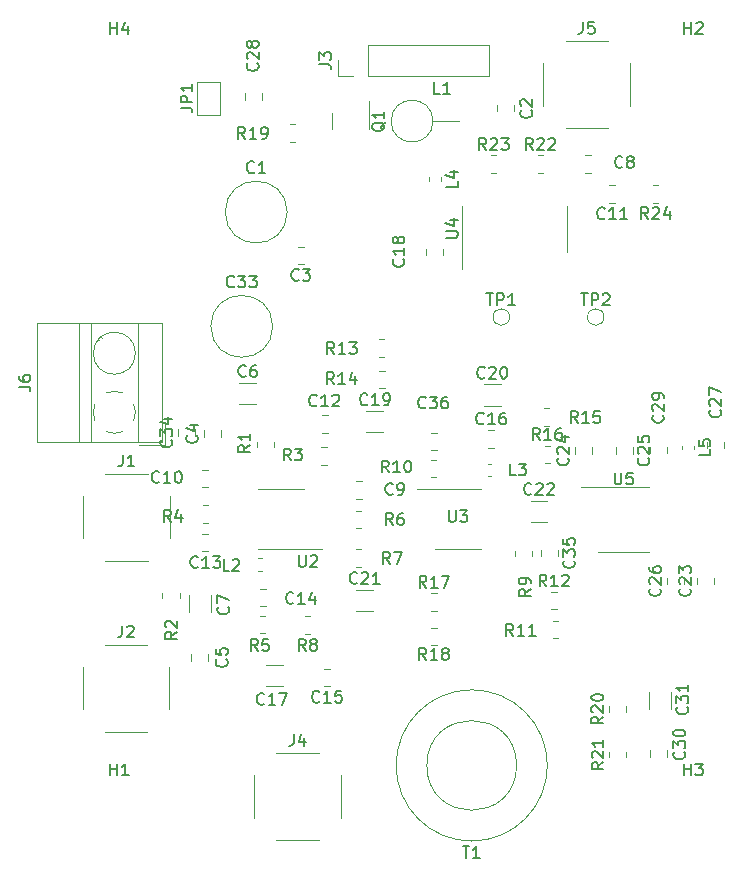
<source format=gbr>
%TF.GenerationSoftware,KiCad,Pcbnew,(6.0.9)*%
%TF.CreationDate,2023-01-25T17:31:36+01:00*%
%TF.ProjectId,sdrt41-tx,73647274-3431-42d7-9478-2e6b69636164,rev?*%
%TF.SameCoordinates,Original*%
%TF.FileFunction,Legend,Top*%
%TF.FilePolarity,Positive*%
%FSLAX46Y46*%
G04 Gerber Fmt 4.6, Leading zero omitted, Abs format (unit mm)*
G04 Created by KiCad (PCBNEW (6.0.9)) date 2023-01-25 17:31:36*
%MOMM*%
%LPD*%
G01*
G04 APERTURE LIST*
%ADD10C,0.150000*%
%ADD11C,0.120000*%
G04 APERTURE END LIST*
D10*
%TO.C,C35*%
X122077542Y-94419657D02*
X122125161Y-94467276D01*
X122172780Y-94610133D01*
X122172780Y-94705371D01*
X122125161Y-94848228D01*
X122029923Y-94943466D01*
X121934685Y-94991085D01*
X121744209Y-95038704D01*
X121601352Y-95038704D01*
X121410876Y-94991085D01*
X121315638Y-94943466D01*
X121220400Y-94848228D01*
X121172780Y-94705371D01*
X121172780Y-94610133D01*
X121220400Y-94467276D01*
X121268019Y-94419657D01*
X121172780Y-94086323D02*
X121172780Y-93467276D01*
X121553733Y-93800609D01*
X121553733Y-93657752D01*
X121601352Y-93562514D01*
X121648971Y-93514895D01*
X121744209Y-93467276D01*
X121982304Y-93467276D01*
X122077542Y-93514895D01*
X122125161Y-93562514D01*
X122172780Y-93657752D01*
X122172780Y-93943466D01*
X122125161Y-94038704D01*
X122077542Y-94086323D01*
X121172780Y-92562514D02*
X121172780Y-93038704D01*
X121648971Y-93086323D01*
X121601352Y-93038704D01*
X121553733Y-92943466D01*
X121553733Y-92705371D01*
X121601352Y-92610133D01*
X121648971Y-92562514D01*
X121744209Y-92514895D01*
X121982304Y-92514895D01*
X122077542Y-92562514D01*
X122125161Y-92610133D01*
X122172780Y-92705371D01*
X122172780Y-92943466D01*
X122125161Y-93038704D01*
X122077542Y-93086323D01*
%TO.C,C19*%
X104607142Y-81157142D02*
X104559523Y-81204761D01*
X104416666Y-81252380D01*
X104321428Y-81252380D01*
X104178571Y-81204761D01*
X104083333Y-81109523D01*
X104035714Y-81014285D01*
X103988095Y-80823809D01*
X103988095Y-80680952D01*
X104035714Y-80490476D01*
X104083333Y-80395238D01*
X104178571Y-80300000D01*
X104321428Y-80252380D01*
X104416666Y-80252380D01*
X104559523Y-80300000D01*
X104607142Y-80347619D01*
X105559523Y-81252380D02*
X104988095Y-81252380D01*
X105273809Y-81252380D02*
X105273809Y-80252380D01*
X105178571Y-80395238D01*
X105083333Y-80490476D01*
X104988095Y-80538095D01*
X106035714Y-81252380D02*
X106226190Y-81252380D01*
X106321428Y-81204761D01*
X106369047Y-81157142D01*
X106464285Y-81014285D01*
X106511904Y-80823809D01*
X106511904Y-80442857D01*
X106464285Y-80347619D01*
X106416666Y-80300000D01*
X106321428Y-80252380D01*
X106130952Y-80252380D01*
X106035714Y-80300000D01*
X105988095Y-80347619D01*
X105940476Y-80442857D01*
X105940476Y-80680952D01*
X105988095Y-80776190D01*
X106035714Y-80823809D01*
X106130952Y-80871428D01*
X106321428Y-80871428D01*
X106416666Y-80823809D01*
X106464285Y-80776190D01*
X106511904Y-80680952D01*
%TO.C,R9*%
X118435380Y-96813666D02*
X117959190Y-97147000D01*
X118435380Y-97385095D02*
X117435380Y-97385095D01*
X117435380Y-97004142D01*
X117483000Y-96908904D01*
X117530619Y-96861285D01*
X117625857Y-96813666D01*
X117768714Y-96813666D01*
X117863952Y-96861285D01*
X117911571Y-96908904D01*
X117959190Y-97004142D01*
X117959190Y-97385095D01*
X118435380Y-96337476D02*
X118435380Y-96147000D01*
X118387761Y-96051761D01*
X118340142Y-96004142D01*
X118197285Y-95908904D01*
X118006809Y-95861285D01*
X117625857Y-95861285D01*
X117530619Y-95908904D01*
X117483000Y-95956523D01*
X117435380Y-96051761D01*
X117435380Y-96242238D01*
X117483000Y-96337476D01*
X117530619Y-96385095D01*
X117625857Y-96432714D01*
X117863952Y-96432714D01*
X117959190Y-96385095D01*
X118006809Y-96337476D01*
X118054428Y-96242238D01*
X118054428Y-96051761D01*
X118006809Y-95956523D01*
X117959190Y-95908904D01*
X117863952Y-95861285D01*
%TO.C,R22*%
X118610142Y-59635380D02*
X118276809Y-59159190D01*
X118038714Y-59635380D02*
X118038714Y-58635380D01*
X118419666Y-58635380D01*
X118514904Y-58683000D01*
X118562523Y-58730619D01*
X118610142Y-58825857D01*
X118610142Y-58968714D01*
X118562523Y-59063952D01*
X118514904Y-59111571D01*
X118419666Y-59159190D01*
X118038714Y-59159190D01*
X118991095Y-58730619D02*
X119038714Y-58683000D01*
X119133952Y-58635380D01*
X119372047Y-58635380D01*
X119467285Y-58683000D01*
X119514904Y-58730619D01*
X119562523Y-58825857D01*
X119562523Y-58921095D01*
X119514904Y-59063952D01*
X118943476Y-59635380D01*
X119562523Y-59635380D01*
X119943476Y-58730619D02*
X119991095Y-58683000D01*
X120086333Y-58635380D01*
X120324428Y-58635380D01*
X120419666Y-58683000D01*
X120467285Y-58730619D01*
X120514904Y-58825857D01*
X120514904Y-58921095D01*
X120467285Y-59063952D01*
X119895857Y-59635380D01*
X120514904Y-59635380D01*
%TO.C,J6*%
X75082780Y-79682933D02*
X75797066Y-79682933D01*
X75939923Y-79730552D01*
X76035161Y-79825790D01*
X76082780Y-79968647D01*
X76082780Y-80063885D01*
X75082780Y-78778171D02*
X75082780Y-78968647D01*
X75130400Y-79063885D01*
X75178019Y-79111504D01*
X75320876Y-79206742D01*
X75511352Y-79254361D01*
X75892304Y-79254361D01*
X75987542Y-79206742D01*
X76035161Y-79159123D01*
X76082780Y-79063885D01*
X76082780Y-78873409D01*
X76035161Y-78778171D01*
X75987542Y-78730552D01*
X75892304Y-78682933D01*
X75654209Y-78682933D01*
X75558971Y-78730552D01*
X75511352Y-78778171D01*
X75463733Y-78873409D01*
X75463733Y-79063885D01*
X75511352Y-79159123D01*
X75558971Y-79206742D01*
X75654209Y-79254361D01*
%TO.C,C24*%
X121593142Y-85732857D02*
X121640761Y-85780476D01*
X121688380Y-85923333D01*
X121688380Y-86018571D01*
X121640761Y-86161428D01*
X121545523Y-86256666D01*
X121450285Y-86304285D01*
X121259809Y-86351904D01*
X121116952Y-86351904D01*
X120926476Y-86304285D01*
X120831238Y-86256666D01*
X120736000Y-86161428D01*
X120688380Y-86018571D01*
X120688380Y-85923333D01*
X120736000Y-85780476D01*
X120783619Y-85732857D01*
X120783619Y-85351904D02*
X120736000Y-85304285D01*
X120688380Y-85209047D01*
X120688380Y-84970952D01*
X120736000Y-84875714D01*
X120783619Y-84828095D01*
X120878857Y-84780476D01*
X120974095Y-84780476D01*
X121116952Y-84828095D01*
X121688380Y-85399523D01*
X121688380Y-84780476D01*
X121021714Y-83923333D02*
X121688380Y-83923333D01*
X120640761Y-84161428D02*
X121355047Y-84399523D01*
X121355047Y-83780476D01*
%TO.C,TP1*%
X114689095Y-71791380D02*
X115260523Y-71791380D01*
X114974809Y-72791380D02*
X114974809Y-71791380D01*
X115593857Y-72791380D02*
X115593857Y-71791380D01*
X115974809Y-71791380D01*
X116070047Y-71839000D01*
X116117666Y-71886619D01*
X116165285Y-71981857D01*
X116165285Y-72124714D01*
X116117666Y-72219952D01*
X116070047Y-72267571D01*
X115974809Y-72315190D01*
X115593857Y-72315190D01*
X117117666Y-72791380D02*
X116546238Y-72791380D01*
X116831952Y-72791380D02*
X116831952Y-71791380D01*
X116736714Y-71934238D01*
X116641476Y-72029476D01*
X116546238Y-72077095D01*
%TO.C,C2*%
X118467142Y-56300666D02*
X118514761Y-56348285D01*
X118562380Y-56491142D01*
X118562380Y-56586380D01*
X118514761Y-56729238D01*
X118419523Y-56824476D01*
X118324285Y-56872095D01*
X118133809Y-56919714D01*
X117990952Y-56919714D01*
X117800476Y-56872095D01*
X117705238Y-56824476D01*
X117610000Y-56729238D01*
X117562380Y-56586380D01*
X117562380Y-56491142D01*
X117610000Y-56348285D01*
X117657619Y-56300666D01*
X117657619Y-55919714D02*
X117610000Y-55872095D01*
X117562380Y-55776857D01*
X117562380Y-55538761D01*
X117610000Y-55443523D01*
X117657619Y-55395904D01*
X117752857Y-55348285D01*
X117848095Y-55348285D01*
X117990952Y-55395904D01*
X118562380Y-55967333D01*
X118562380Y-55348285D01*
%TO.C,R14*%
X101769942Y-79471780D02*
X101436609Y-78995590D01*
X101198514Y-79471780D02*
X101198514Y-78471780D01*
X101579466Y-78471780D01*
X101674704Y-78519400D01*
X101722323Y-78567019D01*
X101769942Y-78662257D01*
X101769942Y-78805114D01*
X101722323Y-78900352D01*
X101674704Y-78947971D01*
X101579466Y-78995590D01*
X101198514Y-78995590D01*
X102722323Y-79471780D02*
X102150895Y-79471780D01*
X102436609Y-79471780D02*
X102436609Y-78471780D01*
X102341371Y-78614638D01*
X102246133Y-78709876D01*
X102150895Y-78757495D01*
X103579466Y-78805114D02*
X103579466Y-79471780D01*
X103341371Y-78424161D02*
X103103276Y-79138447D01*
X103722323Y-79138447D01*
%TO.C,C21*%
X103751142Y-96297142D02*
X103703523Y-96344761D01*
X103560666Y-96392380D01*
X103465428Y-96392380D01*
X103322571Y-96344761D01*
X103227333Y-96249523D01*
X103179714Y-96154285D01*
X103132095Y-95963809D01*
X103132095Y-95820952D01*
X103179714Y-95630476D01*
X103227333Y-95535238D01*
X103322571Y-95440000D01*
X103465428Y-95392380D01*
X103560666Y-95392380D01*
X103703523Y-95440000D01*
X103751142Y-95487619D01*
X104132095Y-95487619D02*
X104179714Y-95440000D01*
X104274952Y-95392380D01*
X104513047Y-95392380D01*
X104608285Y-95440000D01*
X104655904Y-95487619D01*
X104703523Y-95582857D01*
X104703523Y-95678095D01*
X104655904Y-95820952D01*
X104084476Y-96392380D01*
X104703523Y-96392380D01*
X105655904Y-96392380D02*
X105084476Y-96392380D01*
X105370190Y-96392380D02*
X105370190Y-95392380D01*
X105274952Y-95535238D01*
X105179714Y-95630476D01*
X105084476Y-95678095D01*
%TO.C,C29*%
X129617742Y-82106657D02*
X129665361Y-82154276D01*
X129712980Y-82297133D01*
X129712980Y-82392371D01*
X129665361Y-82535228D01*
X129570123Y-82630466D01*
X129474885Y-82678085D01*
X129284409Y-82725704D01*
X129141552Y-82725704D01*
X128951076Y-82678085D01*
X128855838Y-82630466D01*
X128760600Y-82535228D01*
X128712980Y-82392371D01*
X128712980Y-82297133D01*
X128760600Y-82154276D01*
X128808219Y-82106657D01*
X128808219Y-81725704D02*
X128760600Y-81678085D01*
X128712980Y-81582847D01*
X128712980Y-81344752D01*
X128760600Y-81249514D01*
X128808219Y-81201895D01*
X128903457Y-81154276D01*
X128998695Y-81154276D01*
X129141552Y-81201895D01*
X129712980Y-81773323D01*
X129712980Y-81154276D01*
X129712980Y-80678085D02*
X129712980Y-80487609D01*
X129665361Y-80392371D01*
X129617742Y-80344752D01*
X129474885Y-80249514D01*
X129284409Y-80201895D01*
X128903457Y-80201895D01*
X128808219Y-80249514D01*
X128760600Y-80297133D01*
X128712980Y-80392371D01*
X128712980Y-80582847D01*
X128760600Y-80678085D01*
X128808219Y-80725704D01*
X128903457Y-80773323D01*
X129141552Y-80773323D01*
X129236790Y-80725704D01*
X129284409Y-80678085D01*
X129332028Y-80582847D01*
X129332028Y-80392371D01*
X129284409Y-80297133D01*
X129236790Y-80249514D01*
X129141552Y-80201895D01*
%TO.C,C23*%
X131900142Y-96781857D02*
X131947761Y-96829476D01*
X131995380Y-96972333D01*
X131995380Y-97067571D01*
X131947761Y-97210428D01*
X131852523Y-97305666D01*
X131757285Y-97353285D01*
X131566809Y-97400904D01*
X131423952Y-97400904D01*
X131233476Y-97353285D01*
X131138238Y-97305666D01*
X131043000Y-97210428D01*
X130995380Y-97067571D01*
X130995380Y-96972333D01*
X131043000Y-96829476D01*
X131090619Y-96781857D01*
X131090619Y-96400904D02*
X131043000Y-96353285D01*
X130995380Y-96258047D01*
X130995380Y-96019952D01*
X131043000Y-95924714D01*
X131090619Y-95877095D01*
X131185857Y-95829476D01*
X131281095Y-95829476D01*
X131423952Y-95877095D01*
X131995380Y-96448523D01*
X131995380Y-95829476D01*
X130995380Y-95496142D02*
X130995380Y-94877095D01*
X131376333Y-95210428D01*
X131376333Y-95067571D01*
X131423952Y-94972333D01*
X131471571Y-94924714D01*
X131566809Y-94877095D01*
X131804904Y-94877095D01*
X131900142Y-94924714D01*
X131947761Y-94972333D01*
X131995380Y-95067571D01*
X131995380Y-95353285D01*
X131947761Y-95448523D01*
X131900142Y-95496142D01*
%TO.C,R21*%
X124602380Y-111490357D02*
X124126190Y-111823690D01*
X124602380Y-112061785D02*
X123602380Y-112061785D01*
X123602380Y-111680833D01*
X123650000Y-111585595D01*
X123697619Y-111537976D01*
X123792857Y-111490357D01*
X123935714Y-111490357D01*
X124030952Y-111537976D01*
X124078571Y-111585595D01*
X124126190Y-111680833D01*
X124126190Y-112061785D01*
X123697619Y-111109404D02*
X123650000Y-111061785D01*
X123602380Y-110966547D01*
X123602380Y-110728452D01*
X123650000Y-110633214D01*
X123697619Y-110585595D01*
X123792857Y-110537976D01*
X123888095Y-110537976D01*
X124030952Y-110585595D01*
X124602380Y-111157023D01*
X124602380Y-110537976D01*
X124602380Y-109585595D02*
X124602380Y-110157023D01*
X124602380Y-109871309D02*
X123602380Y-109871309D01*
X123745238Y-109966547D01*
X123840476Y-110061785D01*
X123888095Y-110157023D01*
%TO.C,C17*%
X95877142Y-106529142D02*
X95829523Y-106576761D01*
X95686666Y-106624380D01*
X95591428Y-106624380D01*
X95448571Y-106576761D01*
X95353333Y-106481523D01*
X95305714Y-106386285D01*
X95258095Y-106195809D01*
X95258095Y-106052952D01*
X95305714Y-105862476D01*
X95353333Y-105767238D01*
X95448571Y-105672000D01*
X95591428Y-105624380D01*
X95686666Y-105624380D01*
X95829523Y-105672000D01*
X95877142Y-105719619D01*
X96829523Y-106624380D02*
X96258095Y-106624380D01*
X96543809Y-106624380D02*
X96543809Y-105624380D01*
X96448571Y-105767238D01*
X96353333Y-105862476D01*
X96258095Y-105910095D01*
X97162857Y-105624380D02*
X97829523Y-105624380D01*
X97400952Y-106624380D01*
%TO.C,C7*%
X92813142Y-98337666D02*
X92860761Y-98385285D01*
X92908380Y-98528142D01*
X92908380Y-98623380D01*
X92860761Y-98766238D01*
X92765523Y-98861476D01*
X92670285Y-98909095D01*
X92479809Y-98956714D01*
X92336952Y-98956714D01*
X92146476Y-98909095D01*
X92051238Y-98861476D01*
X91956000Y-98766238D01*
X91908380Y-98623380D01*
X91908380Y-98528142D01*
X91956000Y-98385285D01*
X92003619Y-98337666D01*
X91908380Y-98004333D02*
X91908380Y-97337666D01*
X92908380Y-97766238D01*
%TO.C,C33*%
X93337142Y-71181542D02*
X93289523Y-71229161D01*
X93146666Y-71276780D01*
X93051428Y-71276780D01*
X92908571Y-71229161D01*
X92813333Y-71133923D01*
X92765714Y-71038685D01*
X92718095Y-70848209D01*
X92718095Y-70705352D01*
X92765714Y-70514876D01*
X92813333Y-70419638D01*
X92908571Y-70324400D01*
X93051428Y-70276780D01*
X93146666Y-70276780D01*
X93289523Y-70324400D01*
X93337142Y-70372019D01*
X93670476Y-70276780D02*
X94289523Y-70276780D01*
X93956190Y-70657733D01*
X94099047Y-70657733D01*
X94194285Y-70705352D01*
X94241904Y-70752971D01*
X94289523Y-70848209D01*
X94289523Y-71086304D01*
X94241904Y-71181542D01*
X94194285Y-71229161D01*
X94099047Y-71276780D01*
X93813333Y-71276780D01*
X93718095Y-71229161D01*
X93670476Y-71181542D01*
X94622857Y-70276780D02*
X95241904Y-70276780D01*
X94908571Y-70657733D01*
X95051428Y-70657733D01*
X95146666Y-70705352D01*
X95194285Y-70752971D01*
X95241904Y-70848209D01*
X95241904Y-71086304D01*
X95194285Y-71181542D01*
X95146666Y-71229161D01*
X95051428Y-71276780D01*
X94765714Y-71276780D01*
X94670476Y-71229161D01*
X94622857Y-71181542D01*
%TO.C,U5*%
X125538095Y-86952380D02*
X125538095Y-87761904D01*
X125585714Y-87857142D01*
X125633333Y-87904761D01*
X125728571Y-87952380D01*
X125919047Y-87952380D01*
X126014285Y-87904761D01*
X126061904Y-87857142D01*
X126109523Y-87761904D01*
X126109523Y-86952380D01*
X127061904Y-86952380D02*
X126585714Y-86952380D01*
X126538095Y-87428571D01*
X126585714Y-87380952D01*
X126680952Y-87333333D01*
X126919047Y-87333333D01*
X127014285Y-87380952D01*
X127061904Y-87428571D01*
X127109523Y-87523809D01*
X127109523Y-87761904D01*
X127061904Y-87857142D01*
X127014285Y-87904761D01*
X126919047Y-87952380D01*
X126680952Y-87952380D01*
X126585714Y-87904761D01*
X126538095Y-87857142D01*
%TO.C,C5*%
X92686142Y-102782666D02*
X92733761Y-102830285D01*
X92781380Y-102973142D01*
X92781380Y-103068380D01*
X92733761Y-103211238D01*
X92638523Y-103306476D01*
X92543285Y-103354095D01*
X92352809Y-103401714D01*
X92209952Y-103401714D01*
X92019476Y-103354095D01*
X91924238Y-103306476D01*
X91829000Y-103211238D01*
X91781380Y-103068380D01*
X91781380Y-102973142D01*
X91829000Y-102830285D01*
X91876619Y-102782666D01*
X91781380Y-101877904D02*
X91781380Y-102354095D01*
X92257571Y-102401714D01*
X92209952Y-102354095D01*
X92162333Y-102258857D01*
X92162333Y-102020761D01*
X92209952Y-101925523D01*
X92257571Y-101877904D01*
X92352809Y-101830285D01*
X92590904Y-101830285D01*
X92686142Y-101877904D01*
X92733761Y-101925523D01*
X92781380Y-102020761D01*
X92781380Y-102258857D01*
X92733761Y-102354095D01*
X92686142Y-102401714D01*
%TO.C,R3*%
X98131333Y-85923380D02*
X97798000Y-85447190D01*
X97559904Y-85923380D02*
X97559904Y-84923380D01*
X97940857Y-84923380D01*
X98036095Y-84971000D01*
X98083714Y-85018619D01*
X98131333Y-85113857D01*
X98131333Y-85256714D01*
X98083714Y-85351952D01*
X98036095Y-85399571D01*
X97940857Y-85447190D01*
X97559904Y-85447190D01*
X98464666Y-84923380D02*
X99083714Y-84923380D01*
X98750380Y-85304333D01*
X98893238Y-85304333D01*
X98988476Y-85351952D01*
X99036095Y-85399571D01*
X99083714Y-85494809D01*
X99083714Y-85732904D01*
X99036095Y-85828142D01*
X98988476Y-85875761D01*
X98893238Y-85923380D01*
X98607523Y-85923380D01*
X98512285Y-85875761D01*
X98464666Y-85828142D01*
%TO.C,C4*%
X90177142Y-83816666D02*
X90224761Y-83864285D01*
X90272380Y-84007142D01*
X90272380Y-84102380D01*
X90224761Y-84245238D01*
X90129523Y-84340476D01*
X90034285Y-84388095D01*
X89843809Y-84435714D01*
X89700952Y-84435714D01*
X89510476Y-84388095D01*
X89415238Y-84340476D01*
X89320000Y-84245238D01*
X89272380Y-84102380D01*
X89272380Y-84007142D01*
X89320000Y-83864285D01*
X89367619Y-83816666D01*
X89605714Y-82959523D02*
X90272380Y-82959523D01*
X89224761Y-83197619D02*
X89939047Y-83435714D01*
X89939047Y-82816666D01*
%TO.C,R12*%
X119769642Y-96602380D02*
X119436309Y-96126190D01*
X119198214Y-96602380D02*
X119198214Y-95602380D01*
X119579166Y-95602380D01*
X119674404Y-95650000D01*
X119722023Y-95697619D01*
X119769642Y-95792857D01*
X119769642Y-95935714D01*
X119722023Y-96030952D01*
X119674404Y-96078571D01*
X119579166Y-96126190D01*
X119198214Y-96126190D01*
X120722023Y-96602380D02*
X120150595Y-96602380D01*
X120436309Y-96602380D02*
X120436309Y-95602380D01*
X120341071Y-95745238D01*
X120245833Y-95840476D01*
X120150595Y-95888095D01*
X121102976Y-95697619D02*
X121150595Y-95650000D01*
X121245833Y-95602380D01*
X121483928Y-95602380D01*
X121579166Y-95650000D01*
X121626785Y-95697619D01*
X121674404Y-95792857D01*
X121674404Y-95888095D01*
X121626785Y-96030952D01*
X121055357Y-96602380D01*
X121674404Y-96602380D01*
%TO.C,R11*%
X116959142Y-100782380D02*
X116625809Y-100306190D01*
X116387714Y-100782380D02*
X116387714Y-99782380D01*
X116768666Y-99782380D01*
X116863904Y-99830000D01*
X116911523Y-99877619D01*
X116959142Y-99972857D01*
X116959142Y-100115714D01*
X116911523Y-100210952D01*
X116863904Y-100258571D01*
X116768666Y-100306190D01*
X116387714Y-100306190D01*
X117911523Y-100782380D02*
X117340095Y-100782380D01*
X117625809Y-100782380D02*
X117625809Y-99782380D01*
X117530571Y-99925238D01*
X117435333Y-100020476D01*
X117340095Y-100068095D01*
X118863904Y-100782380D02*
X118292476Y-100782380D01*
X118578190Y-100782380D02*
X118578190Y-99782380D01*
X118482952Y-99925238D01*
X118387714Y-100020476D01*
X118292476Y-100068095D01*
%TO.C,H1*%
X82838095Y-112602380D02*
X82838095Y-111602380D01*
X82838095Y-112078571D02*
X83409523Y-112078571D01*
X83409523Y-112602380D02*
X83409523Y-111602380D01*
X84409523Y-112602380D02*
X83838095Y-112602380D01*
X84123809Y-112602380D02*
X84123809Y-111602380D01*
X84028571Y-111745238D01*
X83933333Y-111840476D01*
X83838095Y-111888095D01*
%TO.C,L3*%
X117181333Y-87193380D02*
X116705142Y-87193380D01*
X116705142Y-86193380D01*
X117419428Y-86193380D02*
X118038476Y-86193380D01*
X117705142Y-86574333D01*
X117848000Y-86574333D01*
X117943238Y-86621952D01*
X117990857Y-86669571D01*
X118038476Y-86764809D01*
X118038476Y-87002904D01*
X117990857Y-87098142D01*
X117943238Y-87145761D01*
X117848000Y-87193380D01*
X117562285Y-87193380D01*
X117467047Y-87145761D01*
X117419428Y-87098142D01*
%TO.C,H4*%
X82838095Y-49827380D02*
X82838095Y-48827380D01*
X82838095Y-49303571D02*
X83409523Y-49303571D01*
X83409523Y-49827380D02*
X83409523Y-48827380D01*
X84314285Y-49160714D02*
X84314285Y-49827380D01*
X84076190Y-48779761D02*
X83838095Y-49494047D01*
X84457142Y-49494047D01*
%TO.C,C22*%
X118507142Y-88757142D02*
X118459523Y-88804761D01*
X118316666Y-88852380D01*
X118221428Y-88852380D01*
X118078571Y-88804761D01*
X117983333Y-88709523D01*
X117935714Y-88614285D01*
X117888095Y-88423809D01*
X117888095Y-88280952D01*
X117935714Y-88090476D01*
X117983333Y-87995238D01*
X118078571Y-87900000D01*
X118221428Y-87852380D01*
X118316666Y-87852380D01*
X118459523Y-87900000D01*
X118507142Y-87947619D01*
X118888095Y-87947619D02*
X118935714Y-87900000D01*
X119030952Y-87852380D01*
X119269047Y-87852380D01*
X119364285Y-87900000D01*
X119411904Y-87947619D01*
X119459523Y-88042857D01*
X119459523Y-88138095D01*
X119411904Y-88280952D01*
X118840476Y-88852380D01*
X119459523Y-88852380D01*
X119840476Y-87947619D02*
X119888095Y-87900000D01*
X119983333Y-87852380D01*
X120221428Y-87852380D01*
X120316666Y-87900000D01*
X120364285Y-87947619D01*
X120411904Y-88042857D01*
X120411904Y-88138095D01*
X120364285Y-88280952D01*
X119792857Y-88852380D01*
X120411904Y-88852380D01*
%TO.C,J1*%
X83893066Y-85431180D02*
X83893066Y-86145466D01*
X83845447Y-86288323D01*
X83750209Y-86383561D01*
X83607352Y-86431180D01*
X83512114Y-86431180D01*
X84893066Y-86431180D02*
X84321638Y-86431180D01*
X84607352Y-86431180D02*
X84607352Y-85431180D01*
X84512114Y-85574038D01*
X84416876Y-85669276D01*
X84321638Y-85716895D01*
%TO.C,C15*%
X100557142Y-106337142D02*
X100509523Y-106384761D01*
X100366666Y-106432380D01*
X100271428Y-106432380D01*
X100128571Y-106384761D01*
X100033333Y-106289523D01*
X99985714Y-106194285D01*
X99938095Y-106003809D01*
X99938095Y-105860952D01*
X99985714Y-105670476D01*
X100033333Y-105575238D01*
X100128571Y-105480000D01*
X100271428Y-105432380D01*
X100366666Y-105432380D01*
X100509523Y-105480000D01*
X100557142Y-105527619D01*
X101509523Y-106432380D02*
X100938095Y-106432380D01*
X101223809Y-106432380D02*
X101223809Y-105432380D01*
X101128571Y-105575238D01*
X101033333Y-105670476D01*
X100938095Y-105718095D01*
X102414285Y-105432380D02*
X101938095Y-105432380D01*
X101890476Y-105908571D01*
X101938095Y-105860952D01*
X102033333Y-105813333D01*
X102271428Y-105813333D01*
X102366666Y-105860952D01*
X102414285Y-105908571D01*
X102461904Y-106003809D01*
X102461904Y-106241904D01*
X102414285Y-106337142D01*
X102366666Y-106384761D01*
X102271428Y-106432380D01*
X102033333Y-106432380D01*
X101938095Y-106384761D01*
X101890476Y-106337142D01*
%TO.C,R15*%
X122420142Y-82748380D02*
X122086809Y-82272190D01*
X121848714Y-82748380D02*
X121848714Y-81748380D01*
X122229666Y-81748380D01*
X122324904Y-81796000D01*
X122372523Y-81843619D01*
X122420142Y-81938857D01*
X122420142Y-82081714D01*
X122372523Y-82176952D01*
X122324904Y-82224571D01*
X122229666Y-82272190D01*
X121848714Y-82272190D01*
X123372523Y-82748380D02*
X122801095Y-82748380D01*
X123086809Y-82748380D02*
X123086809Y-81748380D01*
X122991571Y-81891238D01*
X122896333Y-81986476D01*
X122801095Y-82034095D01*
X124277285Y-81748380D02*
X123801095Y-81748380D01*
X123753476Y-82224571D01*
X123801095Y-82176952D01*
X123896333Y-82129333D01*
X124134428Y-82129333D01*
X124229666Y-82176952D01*
X124277285Y-82224571D01*
X124324904Y-82319809D01*
X124324904Y-82557904D01*
X124277285Y-82653142D01*
X124229666Y-82700761D01*
X124134428Y-82748380D01*
X123896333Y-82748380D01*
X123801095Y-82700761D01*
X123753476Y-82653142D01*
%TO.C,J3*%
X100547380Y-52383333D02*
X101261666Y-52383333D01*
X101404523Y-52430952D01*
X101499761Y-52526190D01*
X101547380Y-52669047D01*
X101547380Y-52764285D01*
X100547380Y-52002380D02*
X100547380Y-51383333D01*
X100928333Y-51716666D01*
X100928333Y-51573809D01*
X100975952Y-51478571D01*
X101023571Y-51430952D01*
X101118809Y-51383333D01*
X101356904Y-51383333D01*
X101452142Y-51430952D01*
X101499761Y-51478571D01*
X101547380Y-51573809D01*
X101547380Y-51859523D01*
X101499761Y-51954761D01*
X101452142Y-52002380D01*
%TO.C,U3*%
X111506095Y-90130380D02*
X111506095Y-90939904D01*
X111553714Y-91035142D01*
X111601333Y-91082761D01*
X111696571Y-91130380D01*
X111887047Y-91130380D01*
X111982285Y-91082761D01*
X112029904Y-91035142D01*
X112077523Y-90939904D01*
X112077523Y-90130380D01*
X112458476Y-90130380D02*
X113077523Y-90130380D01*
X112744190Y-90511333D01*
X112887047Y-90511333D01*
X112982285Y-90558952D01*
X113029904Y-90606571D01*
X113077523Y-90701809D01*
X113077523Y-90939904D01*
X113029904Y-91035142D01*
X112982285Y-91082761D01*
X112887047Y-91130380D01*
X112601333Y-91130380D01*
X112506095Y-91082761D01*
X112458476Y-91035142D01*
%TO.C,C27*%
X134469142Y-81668857D02*
X134516761Y-81716476D01*
X134564380Y-81859333D01*
X134564380Y-81954571D01*
X134516761Y-82097428D01*
X134421523Y-82192666D01*
X134326285Y-82240285D01*
X134135809Y-82287904D01*
X133992952Y-82287904D01*
X133802476Y-82240285D01*
X133707238Y-82192666D01*
X133612000Y-82097428D01*
X133564380Y-81954571D01*
X133564380Y-81859333D01*
X133612000Y-81716476D01*
X133659619Y-81668857D01*
X133659619Y-81287904D02*
X133612000Y-81240285D01*
X133564380Y-81145047D01*
X133564380Y-80906952D01*
X133612000Y-80811714D01*
X133659619Y-80764095D01*
X133754857Y-80716476D01*
X133850095Y-80716476D01*
X133992952Y-80764095D01*
X134564380Y-81335523D01*
X134564380Y-80716476D01*
X133564380Y-80383142D02*
X133564380Y-79716476D01*
X134564380Y-80145047D01*
%TO.C,C8*%
X126198333Y-61063142D02*
X126150714Y-61110761D01*
X126007857Y-61158380D01*
X125912619Y-61158380D01*
X125769761Y-61110761D01*
X125674523Y-61015523D01*
X125626904Y-60920285D01*
X125579285Y-60729809D01*
X125579285Y-60586952D01*
X125626904Y-60396476D01*
X125674523Y-60301238D01*
X125769761Y-60206000D01*
X125912619Y-60158380D01*
X126007857Y-60158380D01*
X126150714Y-60206000D01*
X126198333Y-60253619D01*
X126769761Y-60586952D02*
X126674523Y-60539333D01*
X126626904Y-60491714D01*
X126579285Y-60396476D01*
X126579285Y-60348857D01*
X126626904Y-60253619D01*
X126674523Y-60206000D01*
X126769761Y-60158380D01*
X126960238Y-60158380D01*
X127055476Y-60206000D01*
X127103095Y-60253619D01*
X127150714Y-60348857D01*
X127150714Y-60396476D01*
X127103095Y-60491714D01*
X127055476Y-60539333D01*
X126960238Y-60586952D01*
X126769761Y-60586952D01*
X126674523Y-60634571D01*
X126626904Y-60682190D01*
X126579285Y-60777428D01*
X126579285Y-60967904D01*
X126626904Y-61063142D01*
X126674523Y-61110761D01*
X126769761Y-61158380D01*
X126960238Y-61158380D01*
X127055476Y-61110761D01*
X127103095Y-61063142D01*
X127150714Y-60967904D01*
X127150714Y-60777428D01*
X127103095Y-60682190D01*
X127055476Y-60634571D01*
X126960238Y-60586952D01*
%TO.C,C16*%
X114457142Y-82777142D02*
X114409523Y-82824761D01*
X114266666Y-82872380D01*
X114171428Y-82872380D01*
X114028571Y-82824761D01*
X113933333Y-82729523D01*
X113885714Y-82634285D01*
X113838095Y-82443809D01*
X113838095Y-82300952D01*
X113885714Y-82110476D01*
X113933333Y-82015238D01*
X114028571Y-81920000D01*
X114171428Y-81872380D01*
X114266666Y-81872380D01*
X114409523Y-81920000D01*
X114457142Y-81967619D01*
X115409523Y-82872380D02*
X114838095Y-82872380D01*
X115123809Y-82872380D02*
X115123809Y-81872380D01*
X115028571Y-82015238D01*
X114933333Y-82110476D01*
X114838095Y-82158095D01*
X116266666Y-81872380D02*
X116076190Y-81872380D01*
X115980952Y-81920000D01*
X115933333Y-81967619D01*
X115838095Y-82110476D01*
X115790476Y-82300952D01*
X115790476Y-82681904D01*
X115838095Y-82777142D01*
X115885714Y-82824761D01*
X115980952Y-82872380D01*
X116171428Y-82872380D01*
X116266666Y-82824761D01*
X116314285Y-82777142D01*
X116361904Y-82681904D01*
X116361904Y-82443809D01*
X116314285Y-82348571D01*
X116266666Y-82300952D01*
X116171428Y-82253333D01*
X115980952Y-82253333D01*
X115885714Y-82300952D01*
X115838095Y-82348571D01*
X115790476Y-82443809D01*
%TO.C,Q1*%
X106112619Y-57295238D02*
X106065000Y-57390476D01*
X105969761Y-57485714D01*
X105826904Y-57628571D01*
X105779285Y-57723809D01*
X105779285Y-57819047D01*
X106017380Y-57771428D02*
X105969761Y-57866666D01*
X105874523Y-57961904D01*
X105684047Y-58009523D01*
X105350714Y-58009523D01*
X105160238Y-57961904D01*
X105065000Y-57866666D01*
X105017380Y-57771428D01*
X105017380Y-57580952D01*
X105065000Y-57485714D01*
X105160238Y-57390476D01*
X105350714Y-57342857D01*
X105684047Y-57342857D01*
X105874523Y-57390476D01*
X105969761Y-57485714D01*
X106017380Y-57580952D01*
X106017380Y-57771428D01*
X106017380Y-56390476D02*
X106017380Y-56961904D01*
X106017380Y-56676190D02*
X105017380Y-56676190D01*
X105160238Y-56771428D01*
X105255476Y-56866666D01*
X105303095Y-56961904D01*
%TO.C,R7*%
X106513333Y-94686380D02*
X106180000Y-94210190D01*
X105941904Y-94686380D02*
X105941904Y-93686380D01*
X106322857Y-93686380D01*
X106418095Y-93734000D01*
X106465714Y-93781619D01*
X106513333Y-93876857D01*
X106513333Y-94019714D01*
X106465714Y-94114952D01*
X106418095Y-94162571D01*
X106322857Y-94210190D01*
X105941904Y-94210190D01*
X106846666Y-93686380D02*
X107513333Y-93686380D01*
X107084761Y-94686380D01*
%TO.C,R1*%
X94686380Y-84621666D02*
X94210190Y-84955000D01*
X94686380Y-85193095D02*
X93686380Y-85193095D01*
X93686380Y-84812142D01*
X93734000Y-84716904D01*
X93781619Y-84669285D01*
X93876857Y-84621666D01*
X94019714Y-84621666D01*
X94114952Y-84669285D01*
X94162571Y-84716904D01*
X94210190Y-84812142D01*
X94210190Y-85193095D01*
X94686380Y-83669285D02*
X94686380Y-84240714D01*
X94686380Y-83955000D02*
X93686380Y-83955000D01*
X93829238Y-84050238D01*
X93924476Y-84145476D01*
X93972095Y-84240714D01*
%TO.C,R5*%
X95337333Y-102052380D02*
X95004000Y-101576190D01*
X94765904Y-102052380D02*
X94765904Y-101052380D01*
X95146857Y-101052380D01*
X95242095Y-101100000D01*
X95289714Y-101147619D01*
X95337333Y-101242857D01*
X95337333Y-101385714D01*
X95289714Y-101480952D01*
X95242095Y-101528571D01*
X95146857Y-101576190D01*
X94765904Y-101576190D01*
X96242095Y-101052380D02*
X95765904Y-101052380D01*
X95718285Y-101528571D01*
X95765904Y-101480952D01*
X95861142Y-101433333D01*
X96099238Y-101433333D01*
X96194476Y-101480952D01*
X96242095Y-101528571D01*
X96289714Y-101623809D01*
X96289714Y-101861904D01*
X96242095Y-101957142D01*
X96194476Y-102004761D01*
X96099238Y-102052380D01*
X95861142Y-102052380D01*
X95765904Y-102004761D01*
X95718285Y-101957142D01*
%TO.C,J4*%
X98366666Y-109102380D02*
X98366666Y-109816666D01*
X98319047Y-109959523D01*
X98223809Y-110054761D01*
X98080952Y-110102380D01*
X97985714Y-110102380D01*
X99271428Y-109435714D02*
X99271428Y-110102380D01*
X99033333Y-109054761D02*
X98795238Y-109769047D01*
X99414285Y-109769047D01*
%TO.C,C20*%
X114546142Y-78898142D02*
X114498523Y-78945761D01*
X114355666Y-78993380D01*
X114260428Y-78993380D01*
X114117571Y-78945761D01*
X114022333Y-78850523D01*
X113974714Y-78755285D01*
X113927095Y-78564809D01*
X113927095Y-78421952D01*
X113974714Y-78231476D01*
X114022333Y-78136238D01*
X114117571Y-78041000D01*
X114260428Y-77993380D01*
X114355666Y-77993380D01*
X114498523Y-78041000D01*
X114546142Y-78088619D01*
X114927095Y-78088619D02*
X114974714Y-78041000D01*
X115069952Y-77993380D01*
X115308047Y-77993380D01*
X115403285Y-78041000D01*
X115450904Y-78088619D01*
X115498523Y-78183857D01*
X115498523Y-78279095D01*
X115450904Y-78421952D01*
X114879476Y-78993380D01*
X115498523Y-78993380D01*
X116117571Y-77993380D02*
X116212809Y-77993380D01*
X116308047Y-78041000D01*
X116355666Y-78088619D01*
X116403285Y-78183857D01*
X116450904Y-78374333D01*
X116450904Y-78612428D01*
X116403285Y-78802904D01*
X116355666Y-78898142D01*
X116308047Y-78945761D01*
X116212809Y-78993380D01*
X116117571Y-78993380D01*
X116022333Y-78945761D01*
X115974714Y-78898142D01*
X115927095Y-78802904D01*
X115879476Y-78612428D01*
X115879476Y-78374333D01*
X115927095Y-78183857D01*
X115974714Y-78088619D01*
X116022333Y-78041000D01*
X116117571Y-77993380D01*
%TO.C,R17*%
X109607142Y-96702380D02*
X109273809Y-96226190D01*
X109035714Y-96702380D02*
X109035714Y-95702380D01*
X109416666Y-95702380D01*
X109511904Y-95750000D01*
X109559523Y-95797619D01*
X109607142Y-95892857D01*
X109607142Y-96035714D01*
X109559523Y-96130952D01*
X109511904Y-96178571D01*
X109416666Y-96226190D01*
X109035714Y-96226190D01*
X110559523Y-96702380D02*
X109988095Y-96702380D01*
X110273809Y-96702380D02*
X110273809Y-95702380D01*
X110178571Y-95845238D01*
X110083333Y-95940476D01*
X109988095Y-95988095D01*
X110892857Y-95702380D02*
X111559523Y-95702380D01*
X111130952Y-96702380D01*
%TO.C,L5*%
X133657580Y-85002666D02*
X133657580Y-85478857D01*
X132657580Y-85478857D01*
X132657580Y-84193142D02*
X132657580Y-84669333D01*
X133133771Y-84716952D01*
X133086152Y-84669333D01*
X133038533Y-84574095D01*
X133038533Y-84336000D01*
X133086152Y-84240761D01*
X133133771Y-84193142D01*
X133229009Y-84145523D01*
X133467104Y-84145523D01*
X133562342Y-84193142D01*
X133609961Y-84240761D01*
X133657580Y-84336000D01*
X133657580Y-84574095D01*
X133609961Y-84669333D01*
X133562342Y-84716952D01*
%TO.C,C10*%
X86987142Y-87733142D02*
X86939523Y-87780761D01*
X86796666Y-87828380D01*
X86701428Y-87828380D01*
X86558571Y-87780761D01*
X86463333Y-87685523D01*
X86415714Y-87590285D01*
X86368095Y-87399809D01*
X86368095Y-87256952D01*
X86415714Y-87066476D01*
X86463333Y-86971238D01*
X86558571Y-86876000D01*
X86701428Y-86828380D01*
X86796666Y-86828380D01*
X86939523Y-86876000D01*
X86987142Y-86923619D01*
X87939523Y-87828380D02*
X87368095Y-87828380D01*
X87653809Y-87828380D02*
X87653809Y-86828380D01*
X87558571Y-86971238D01*
X87463333Y-87066476D01*
X87368095Y-87114095D01*
X88558571Y-86828380D02*
X88653809Y-86828380D01*
X88749047Y-86876000D01*
X88796666Y-86923619D01*
X88844285Y-87018857D01*
X88891904Y-87209333D01*
X88891904Y-87447428D01*
X88844285Y-87637904D01*
X88796666Y-87733142D01*
X88749047Y-87780761D01*
X88653809Y-87828380D01*
X88558571Y-87828380D01*
X88463333Y-87780761D01*
X88415714Y-87733142D01*
X88368095Y-87637904D01*
X88320476Y-87447428D01*
X88320476Y-87209333D01*
X88368095Y-87018857D01*
X88415714Y-86923619D01*
X88463333Y-86876000D01*
X88558571Y-86828380D01*
%TO.C,C36*%
X109542342Y-81433942D02*
X109494723Y-81481561D01*
X109351866Y-81529180D01*
X109256628Y-81529180D01*
X109113771Y-81481561D01*
X109018533Y-81386323D01*
X108970914Y-81291085D01*
X108923295Y-81100609D01*
X108923295Y-80957752D01*
X108970914Y-80767276D01*
X109018533Y-80672038D01*
X109113771Y-80576800D01*
X109256628Y-80529180D01*
X109351866Y-80529180D01*
X109494723Y-80576800D01*
X109542342Y-80624419D01*
X109875676Y-80529180D02*
X110494723Y-80529180D01*
X110161390Y-80910133D01*
X110304247Y-80910133D01*
X110399485Y-80957752D01*
X110447104Y-81005371D01*
X110494723Y-81100609D01*
X110494723Y-81338704D01*
X110447104Y-81433942D01*
X110399485Y-81481561D01*
X110304247Y-81529180D01*
X110018533Y-81529180D01*
X109923295Y-81481561D01*
X109875676Y-81433942D01*
X111351866Y-80529180D02*
X111161390Y-80529180D01*
X111066152Y-80576800D01*
X111018533Y-80624419D01*
X110923295Y-80767276D01*
X110875676Y-80957752D01*
X110875676Y-81338704D01*
X110923295Y-81433942D01*
X110970914Y-81481561D01*
X111066152Y-81529180D01*
X111256628Y-81529180D01*
X111351866Y-81481561D01*
X111399485Y-81433942D01*
X111447104Y-81338704D01*
X111447104Y-81100609D01*
X111399485Y-81005371D01*
X111351866Y-80957752D01*
X111256628Y-80910133D01*
X111066152Y-80910133D01*
X110970914Y-80957752D01*
X110923295Y-81005371D01*
X110875676Y-81100609D01*
%TO.C,C9*%
X106767333Y-88749142D02*
X106719714Y-88796761D01*
X106576857Y-88844380D01*
X106481619Y-88844380D01*
X106338761Y-88796761D01*
X106243523Y-88701523D01*
X106195904Y-88606285D01*
X106148285Y-88415809D01*
X106148285Y-88272952D01*
X106195904Y-88082476D01*
X106243523Y-87987238D01*
X106338761Y-87892000D01*
X106481619Y-87844380D01*
X106576857Y-87844380D01*
X106719714Y-87892000D01*
X106767333Y-87939619D01*
X107243523Y-88844380D02*
X107434000Y-88844380D01*
X107529238Y-88796761D01*
X107576857Y-88749142D01*
X107672095Y-88606285D01*
X107719714Y-88415809D01*
X107719714Y-88034857D01*
X107672095Y-87939619D01*
X107624476Y-87892000D01*
X107529238Y-87844380D01*
X107338761Y-87844380D01*
X107243523Y-87892000D01*
X107195904Y-87939619D01*
X107148285Y-88034857D01*
X107148285Y-88272952D01*
X107195904Y-88368190D01*
X107243523Y-88415809D01*
X107338761Y-88463428D01*
X107529238Y-88463428D01*
X107624476Y-88415809D01*
X107672095Y-88368190D01*
X107719714Y-88272952D01*
%TO.C,R4*%
X87971333Y-91130380D02*
X87638000Y-90654190D01*
X87399904Y-91130380D02*
X87399904Y-90130380D01*
X87780857Y-90130380D01*
X87876095Y-90178000D01*
X87923714Y-90225619D01*
X87971333Y-90320857D01*
X87971333Y-90463714D01*
X87923714Y-90558952D01*
X87876095Y-90606571D01*
X87780857Y-90654190D01*
X87399904Y-90654190D01*
X88828476Y-90463714D02*
X88828476Y-91130380D01*
X88590380Y-90082761D02*
X88352285Y-90797047D01*
X88971333Y-90797047D01*
%TO.C,R2*%
X88501980Y-100434266D02*
X88025790Y-100767600D01*
X88501980Y-101005695D02*
X87501980Y-101005695D01*
X87501980Y-100624742D01*
X87549600Y-100529504D01*
X87597219Y-100481885D01*
X87692457Y-100434266D01*
X87835314Y-100434266D01*
X87930552Y-100481885D01*
X87978171Y-100529504D01*
X88025790Y-100624742D01*
X88025790Y-101005695D01*
X87597219Y-100053314D02*
X87549600Y-100005695D01*
X87501980Y-99910457D01*
X87501980Y-99672361D01*
X87549600Y-99577123D01*
X87597219Y-99529504D01*
X87692457Y-99481885D01*
X87787695Y-99481885D01*
X87930552Y-99529504D01*
X88501980Y-100100933D01*
X88501980Y-99481885D01*
%TO.C,C31*%
X131675142Y-106814857D02*
X131722761Y-106862476D01*
X131770380Y-107005333D01*
X131770380Y-107100571D01*
X131722761Y-107243428D01*
X131627523Y-107338666D01*
X131532285Y-107386285D01*
X131341809Y-107433904D01*
X131198952Y-107433904D01*
X131008476Y-107386285D01*
X130913238Y-107338666D01*
X130818000Y-107243428D01*
X130770380Y-107100571D01*
X130770380Y-107005333D01*
X130818000Y-106862476D01*
X130865619Y-106814857D01*
X130770380Y-106481523D02*
X130770380Y-105862476D01*
X131151333Y-106195809D01*
X131151333Y-106052952D01*
X131198952Y-105957714D01*
X131246571Y-105910095D01*
X131341809Y-105862476D01*
X131579904Y-105862476D01*
X131675142Y-105910095D01*
X131722761Y-105957714D01*
X131770380Y-106052952D01*
X131770380Y-106338666D01*
X131722761Y-106433904D01*
X131675142Y-106481523D01*
X131770380Y-104910095D02*
X131770380Y-105481523D01*
X131770380Y-105195809D02*
X130770380Y-105195809D01*
X130913238Y-105291047D01*
X131008476Y-105386285D01*
X131056095Y-105481523D01*
%TO.C,C25*%
X128402142Y-85732857D02*
X128449761Y-85780476D01*
X128497380Y-85923333D01*
X128497380Y-86018571D01*
X128449761Y-86161428D01*
X128354523Y-86256666D01*
X128259285Y-86304285D01*
X128068809Y-86351904D01*
X127925952Y-86351904D01*
X127735476Y-86304285D01*
X127640238Y-86256666D01*
X127545000Y-86161428D01*
X127497380Y-86018571D01*
X127497380Y-85923333D01*
X127545000Y-85780476D01*
X127592619Y-85732857D01*
X127592619Y-85351904D02*
X127545000Y-85304285D01*
X127497380Y-85209047D01*
X127497380Y-84970952D01*
X127545000Y-84875714D01*
X127592619Y-84828095D01*
X127687857Y-84780476D01*
X127783095Y-84780476D01*
X127925952Y-84828095D01*
X128497380Y-85399523D01*
X128497380Y-84780476D01*
X127497380Y-83875714D02*
X127497380Y-84351904D01*
X127973571Y-84399523D01*
X127925952Y-84351904D01*
X127878333Y-84256666D01*
X127878333Y-84018571D01*
X127925952Y-83923333D01*
X127973571Y-83875714D01*
X128068809Y-83828095D01*
X128306904Y-83828095D01*
X128402142Y-83875714D01*
X128449761Y-83923333D01*
X128497380Y-84018571D01*
X128497380Y-84256666D01*
X128449761Y-84351904D01*
X128402142Y-84399523D01*
%TO.C,L2*%
X92929333Y-95294380D02*
X92453142Y-95294380D01*
X92453142Y-94294380D01*
X93215047Y-94389619D02*
X93262666Y-94342000D01*
X93357904Y-94294380D01*
X93596000Y-94294380D01*
X93691238Y-94342000D01*
X93738857Y-94389619D01*
X93786476Y-94484857D01*
X93786476Y-94580095D01*
X93738857Y-94722952D01*
X93167428Y-95294380D01*
X93786476Y-95294380D01*
%TO.C,R18*%
X109593142Y-102814380D02*
X109259809Y-102338190D01*
X109021714Y-102814380D02*
X109021714Y-101814380D01*
X109402666Y-101814380D01*
X109497904Y-101862000D01*
X109545523Y-101909619D01*
X109593142Y-102004857D01*
X109593142Y-102147714D01*
X109545523Y-102242952D01*
X109497904Y-102290571D01*
X109402666Y-102338190D01*
X109021714Y-102338190D01*
X110545523Y-102814380D02*
X109974095Y-102814380D01*
X110259809Y-102814380D02*
X110259809Y-101814380D01*
X110164571Y-101957238D01*
X110069333Y-102052476D01*
X109974095Y-102100095D01*
X111116952Y-102242952D02*
X111021714Y-102195333D01*
X110974095Y-102147714D01*
X110926476Y-102052476D01*
X110926476Y-102004857D01*
X110974095Y-101909619D01*
X111021714Y-101862000D01*
X111116952Y-101814380D01*
X111307428Y-101814380D01*
X111402666Y-101862000D01*
X111450285Y-101909619D01*
X111497904Y-102004857D01*
X111497904Y-102052476D01*
X111450285Y-102147714D01*
X111402666Y-102195333D01*
X111307428Y-102242952D01*
X111116952Y-102242952D01*
X111021714Y-102290571D01*
X110974095Y-102338190D01*
X110926476Y-102433428D01*
X110926476Y-102623904D01*
X110974095Y-102719142D01*
X111021714Y-102766761D01*
X111116952Y-102814380D01*
X111307428Y-102814380D01*
X111402666Y-102766761D01*
X111450285Y-102719142D01*
X111497904Y-102623904D01*
X111497904Y-102433428D01*
X111450285Y-102338190D01*
X111402666Y-102290571D01*
X111307428Y-102242952D01*
%TO.C,C13*%
X90257142Y-94937142D02*
X90209523Y-94984761D01*
X90066666Y-95032380D01*
X89971428Y-95032380D01*
X89828571Y-94984761D01*
X89733333Y-94889523D01*
X89685714Y-94794285D01*
X89638095Y-94603809D01*
X89638095Y-94460952D01*
X89685714Y-94270476D01*
X89733333Y-94175238D01*
X89828571Y-94080000D01*
X89971428Y-94032380D01*
X90066666Y-94032380D01*
X90209523Y-94080000D01*
X90257142Y-94127619D01*
X91209523Y-95032380D02*
X90638095Y-95032380D01*
X90923809Y-95032380D02*
X90923809Y-94032380D01*
X90828571Y-94175238D01*
X90733333Y-94270476D01*
X90638095Y-94318095D01*
X91542857Y-94032380D02*
X92161904Y-94032380D01*
X91828571Y-94413333D01*
X91971428Y-94413333D01*
X92066666Y-94460952D01*
X92114285Y-94508571D01*
X92161904Y-94603809D01*
X92161904Y-94841904D01*
X92114285Y-94937142D01*
X92066666Y-94984761D01*
X91971428Y-95032380D01*
X91685714Y-95032380D01*
X91590476Y-94984761D01*
X91542857Y-94937142D01*
%TO.C,R6*%
X106767333Y-91384380D02*
X106434000Y-90908190D01*
X106195904Y-91384380D02*
X106195904Y-90384380D01*
X106576857Y-90384380D01*
X106672095Y-90432000D01*
X106719714Y-90479619D01*
X106767333Y-90574857D01*
X106767333Y-90717714D01*
X106719714Y-90812952D01*
X106672095Y-90860571D01*
X106576857Y-90908190D01*
X106195904Y-90908190D01*
X107624476Y-90384380D02*
X107434000Y-90384380D01*
X107338761Y-90432000D01*
X107291142Y-90479619D01*
X107195904Y-90622476D01*
X107148285Y-90812952D01*
X107148285Y-91193904D01*
X107195904Y-91289142D01*
X107243523Y-91336761D01*
X107338761Y-91384380D01*
X107529238Y-91384380D01*
X107624476Y-91336761D01*
X107672095Y-91289142D01*
X107719714Y-91193904D01*
X107719714Y-90955809D01*
X107672095Y-90860571D01*
X107624476Y-90812952D01*
X107529238Y-90765333D01*
X107338761Y-90765333D01*
X107243523Y-90812952D01*
X107195904Y-90860571D01*
X107148285Y-90955809D01*
%TO.C,J2*%
X83842266Y-99909180D02*
X83842266Y-100623466D01*
X83794647Y-100766323D01*
X83699409Y-100861561D01*
X83556552Y-100909180D01*
X83461314Y-100909180D01*
X84270838Y-100004419D02*
X84318457Y-99956800D01*
X84413695Y-99909180D01*
X84651790Y-99909180D01*
X84747028Y-99956800D01*
X84794647Y-100004419D01*
X84842266Y-100099657D01*
X84842266Y-100194895D01*
X84794647Y-100337752D01*
X84223219Y-100909180D01*
X84842266Y-100909180D01*
%TO.C,L1*%
X110768333Y-54882380D02*
X110292142Y-54882380D01*
X110292142Y-53882380D01*
X111625476Y-54882380D02*
X111054047Y-54882380D01*
X111339761Y-54882380D02*
X111339761Y-53882380D01*
X111244523Y-54025238D01*
X111149285Y-54120476D01*
X111054047Y-54168095D01*
%TO.C,R10*%
X106418142Y-86939380D02*
X106084809Y-86463190D01*
X105846714Y-86939380D02*
X105846714Y-85939380D01*
X106227666Y-85939380D01*
X106322904Y-85987000D01*
X106370523Y-86034619D01*
X106418142Y-86129857D01*
X106418142Y-86272714D01*
X106370523Y-86367952D01*
X106322904Y-86415571D01*
X106227666Y-86463190D01*
X105846714Y-86463190D01*
X107370523Y-86939380D02*
X106799095Y-86939380D01*
X107084809Y-86939380D02*
X107084809Y-85939380D01*
X106989571Y-86082238D01*
X106894333Y-86177476D01*
X106799095Y-86225095D01*
X107989571Y-85939380D02*
X108084809Y-85939380D01*
X108180047Y-85987000D01*
X108227666Y-86034619D01*
X108275285Y-86129857D01*
X108322904Y-86320333D01*
X108322904Y-86558428D01*
X108275285Y-86748904D01*
X108227666Y-86844142D01*
X108180047Y-86891761D01*
X108084809Y-86939380D01*
X107989571Y-86939380D01*
X107894333Y-86891761D01*
X107846714Y-86844142D01*
X107799095Y-86748904D01*
X107751476Y-86558428D01*
X107751476Y-86320333D01*
X107799095Y-86129857D01*
X107846714Y-86034619D01*
X107894333Y-85987000D01*
X107989571Y-85939380D01*
%TO.C,R16*%
X119207142Y-84202380D02*
X118873809Y-83726190D01*
X118635714Y-84202380D02*
X118635714Y-83202380D01*
X119016666Y-83202380D01*
X119111904Y-83250000D01*
X119159523Y-83297619D01*
X119207142Y-83392857D01*
X119207142Y-83535714D01*
X119159523Y-83630952D01*
X119111904Y-83678571D01*
X119016666Y-83726190D01*
X118635714Y-83726190D01*
X120159523Y-84202380D02*
X119588095Y-84202380D01*
X119873809Y-84202380D02*
X119873809Y-83202380D01*
X119778571Y-83345238D01*
X119683333Y-83440476D01*
X119588095Y-83488095D01*
X121016666Y-83202380D02*
X120826190Y-83202380D01*
X120730952Y-83250000D01*
X120683333Y-83297619D01*
X120588095Y-83440476D01*
X120540476Y-83630952D01*
X120540476Y-84011904D01*
X120588095Y-84107142D01*
X120635714Y-84154761D01*
X120730952Y-84202380D01*
X120921428Y-84202380D01*
X121016666Y-84154761D01*
X121064285Y-84107142D01*
X121111904Y-84011904D01*
X121111904Y-83773809D01*
X121064285Y-83678571D01*
X121016666Y-83630952D01*
X120921428Y-83583333D01*
X120730952Y-83583333D01*
X120635714Y-83630952D01*
X120588095Y-83678571D01*
X120540476Y-83773809D01*
%TO.C,TP2*%
X122690095Y-71791380D02*
X123261523Y-71791380D01*
X122975809Y-72791380D02*
X122975809Y-71791380D01*
X123594857Y-72791380D02*
X123594857Y-71791380D01*
X123975809Y-71791380D01*
X124071047Y-71839000D01*
X124118666Y-71886619D01*
X124166285Y-71981857D01*
X124166285Y-72124714D01*
X124118666Y-72219952D01*
X124071047Y-72267571D01*
X123975809Y-72315190D01*
X123594857Y-72315190D01*
X124547238Y-71886619D02*
X124594857Y-71839000D01*
X124690095Y-71791380D01*
X124928190Y-71791380D01*
X125023428Y-71839000D01*
X125071047Y-71886619D01*
X125118666Y-71981857D01*
X125118666Y-72077095D01*
X125071047Y-72219952D01*
X124499619Y-72791380D01*
X125118666Y-72791380D01*
%TO.C,R19*%
X94257142Y-58702380D02*
X93923809Y-58226190D01*
X93685714Y-58702380D02*
X93685714Y-57702380D01*
X94066666Y-57702380D01*
X94161904Y-57750000D01*
X94209523Y-57797619D01*
X94257142Y-57892857D01*
X94257142Y-58035714D01*
X94209523Y-58130952D01*
X94161904Y-58178571D01*
X94066666Y-58226190D01*
X93685714Y-58226190D01*
X95209523Y-58702380D02*
X94638095Y-58702380D01*
X94923809Y-58702380D02*
X94923809Y-57702380D01*
X94828571Y-57845238D01*
X94733333Y-57940476D01*
X94638095Y-57988095D01*
X95685714Y-58702380D02*
X95876190Y-58702380D01*
X95971428Y-58654761D01*
X96019047Y-58607142D01*
X96114285Y-58464285D01*
X96161904Y-58273809D01*
X96161904Y-57892857D01*
X96114285Y-57797619D01*
X96066666Y-57750000D01*
X95971428Y-57702380D01*
X95780952Y-57702380D01*
X95685714Y-57750000D01*
X95638095Y-57797619D01*
X95590476Y-57892857D01*
X95590476Y-58130952D01*
X95638095Y-58226190D01*
X95685714Y-58273809D01*
X95780952Y-58321428D01*
X95971428Y-58321428D01*
X96066666Y-58273809D01*
X96114285Y-58226190D01*
X96161904Y-58130952D01*
%TO.C,JP1*%
X88802380Y-56083333D02*
X89516666Y-56083333D01*
X89659523Y-56130952D01*
X89754761Y-56226190D01*
X89802380Y-56369047D01*
X89802380Y-56464285D01*
X89802380Y-55607142D02*
X88802380Y-55607142D01*
X88802380Y-55226190D01*
X88850000Y-55130952D01*
X88897619Y-55083333D01*
X88992857Y-55035714D01*
X89135714Y-55035714D01*
X89230952Y-55083333D01*
X89278571Y-55130952D01*
X89326190Y-55226190D01*
X89326190Y-55607142D01*
X89802380Y-54083333D02*
X89802380Y-54654761D01*
X89802380Y-54369047D02*
X88802380Y-54369047D01*
X88945238Y-54464285D01*
X89040476Y-54559523D01*
X89088095Y-54654761D01*
%TO.C,C11*%
X124706142Y-65410142D02*
X124658523Y-65457761D01*
X124515666Y-65505380D01*
X124420428Y-65505380D01*
X124277571Y-65457761D01*
X124182333Y-65362523D01*
X124134714Y-65267285D01*
X124087095Y-65076809D01*
X124087095Y-64933952D01*
X124134714Y-64743476D01*
X124182333Y-64648238D01*
X124277571Y-64553000D01*
X124420428Y-64505380D01*
X124515666Y-64505380D01*
X124658523Y-64553000D01*
X124706142Y-64600619D01*
X125658523Y-65505380D02*
X125087095Y-65505380D01*
X125372809Y-65505380D02*
X125372809Y-64505380D01*
X125277571Y-64648238D01*
X125182333Y-64743476D01*
X125087095Y-64791095D01*
X126610904Y-65505380D02*
X126039476Y-65505380D01*
X126325190Y-65505380D02*
X126325190Y-64505380D01*
X126229952Y-64648238D01*
X126134714Y-64743476D01*
X126039476Y-64791095D01*
%TO.C,H2*%
X131438095Y-49827380D02*
X131438095Y-48827380D01*
X131438095Y-49303571D02*
X132009523Y-49303571D01*
X132009523Y-49827380D02*
X132009523Y-48827380D01*
X132438095Y-48922619D02*
X132485714Y-48875000D01*
X132580952Y-48827380D01*
X132819047Y-48827380D01*
X132914285Y-48875000D01*
X132961904Y-48922619D01*
X133009523Y-49017857D01*
X133009523Y-49113095D01*
X132961904Y-49255952D01*
X132390476Y-49827380D01*
X133009523Y-49827380D01*
%TO.C,H3*%
X131438095Y-112602380D02*
X131438095Y-111602380D01*
X131438095Y-112078571D02*
X132009523Y-112078571D01*
X132009523Y-112602380D02*
X132009523Y-111602380D01*
X132390476Y-111602380D02*
X133009523Y-111602380D01*
X132676190Y-111983333D01*
X132819047Y-111983333D01*
X132914285Y-112030952D01*
X132961904Y-112078571D01*
X133009523Y-112173809D01*
X133009523Y-112411904D01*
X132961904Y-112507142D01*
X132914285Y-112554761D01*
X132819047Y-112602380D01*
X132533333Y-112602380D01*
X132438095Y-112554761D01*
X132390476Y-112507142D01*
%TO.C,R24*%
X128389142Y-65475380D02*
X128055809Y-64999190D01*
X127817714Y-65475380D02*
X127817714Y-64475380D01*
X128198666Y-64475380D01*
X128293904Y-64523000D01*
X128341523Y-64570619D01*
X128389142Y-64665857D01*
X128389142Y-64808714D01*
X128341523Y-64903952D01*
X128293904Y-64951571D01*
X128198666Y-64999190D01*
X127817714Y-64999190D01*
X128770095Y-64570619D02*
X128817714Y-64523000D01*
X128912952Y-64475380D01*
X129151047Y-64475380D01*
X129246285Y-64523000D01*
X129293904Y-64570619D01*
X129341523Y-64665857D01*
X129341523Y-64761095D01*
X129293904Y-64903952D01*
X128722476Y-65475380D01*
X129341523Y-65475380D01*
X130198666Y-64808714D02*
X130198666Y-65475380D01*
X129960571Y-64427761D02*
X129722476Y-65142047D01*
X130341523Y-65142047D01*
%TO.C,C30*%
X131421142Y-110624857D02*
X131468761Y-110672476D01*
X131516380Y-110815333D01*
X131516380Y-110910571D01*
X131468761Y-111053428D01*
X131373523Y-111148666D01*
X131278285Y-111196285D01*
X131087809Y-111243904D01*
X130944952Y-111243904D01*
X130754476Y-111196285D01*
X130659238Y-111148666D01*
X130564000Y-111053428D01*
X130516380Y-110910571D01*
X130516380Y-110815333D01*
X130564000Y-110672476D01*
X130611619Y-110624857D01*
X130516380Y-110291523D02*
X130516380Y-109672476D01*
X130897333Y-110005809D01*
X130897333Y-109862952D01*
X130944952Y-109767714D01*
X130992571Y-109720095D01*
X131087809Y-109672476D01*
X131325904Y-109672476D01*
X131421142Y-109720095D01*
X131468761Y-109767714D01*
X131516380Y-109862952D01*
X131516380Y-110148666D01*
X131468761Y-110243904D01*
X131421142Y-110291523D01*
X130516380Y-109053428D02*
X130516380Y-108958190D01*
X130564000Y-108862952D01*
X130611619Y-108815333D01*
X130706857Y-108767714D01*
X130897333Y-108720095D01*
X131135428Y-108720095D01*
X131325904Y-108767714D01*
X131421142Y-108815333D01*
X131468761Y-108862952D01*
X131516380Y-108958190D01*
X131516380Y-109053428D01*
X131468761Y-109148666D01*
X131421142Y-109196285D01*
X131325904Y-109243904D01*
X131135428Y-109291523D01*
X130897333Y-109291523D01*
X130706857Y-109243904D01*
X130611619Y-109196285D01*
X130564000Y-109148666D01*
X130516380Y-109053428D01*
%TO.C,L4*%
X112245380Y-62269666D02*
X112245380Y-62745857D01*
X111245380Y-62745857D01*
X111578714Y-61507761D02*
X112245380Y-61507761D01*
X111197761Y-61745857D02*
X111912047Y-61983952D01*
X111912047Y-61364904D01*
%TO.C,R8*%
X99391333Y-102052380D02*
X99058000Y-101576190D01*
X98819904Y-102052380D02*
X98819904Y-101052380D01*
X99200857Y-101052380D01*
X99296095Y-101100000D01*
X99343714Y-101147619D01*
X99391333Y-101242857D01*
X99391333Y-101385714D01*
X99343714Y-101480952D01*
X99296095Y-101528571D01*
X99200857Y-101576190D01*
X98819904Y-101576190D01*
X99962761Y-101480952D02*
X99867523Y-101433333D01*
X99819904Y-101385714D01*
X99772285Y-101290476D01*
X99772285Y-101242857D01*
X99819904Y-101147619D01*
X99867523Y-101100000D01*
X99962761Y-101052380D01*
X100153238Y-101052380D01*
X100248476Y-101100000D01*
X100296095Y-101147619D01*
X100343714Y-101242857D01*
X100343714Y-101290476D01*
X100296095Y-101385714D01*
X100248476Y-101433333D01*
X100153238Y-101480952D01*
X99962761Y-101480952D01*
X99867523Y-101528571D01*
X99819904Y-101576190D01*
X99772285Y-101671428D01*
X99772285Y-101861904D01*
X99819904Y-101957142D01*
X99867523Y-102004761D01*
X99962761Y-102052380D01*
X100153238Y-102052380D01*
X100248476Y-102004761D01*
X100296095Y-101957142D01*
X100343714Y-101861904D01*
X100343714Y-101671428D01*
X100296095Y-101576190D01*
X100248476Y-101528571D01*
X100153238Y-101480952D01*
%TO.C,C14*%
X98349142Y-97987142D02*
X98301523Y-98034761D01*
X98158666Y-98082380D01*
X98063428Y-98082380D01*
X97920571Y-98034761D01*
X97825333Y-97939523D01*
X97777714Y-97844285D01*
X97730095Y-97653809D01*
X97730095Y-97510952D01*
X97777714Y-97320476D01*
X97825333Y-97225238D01*
X97920571Y-97130000D01*
X98063428Y-97082380D01*
X98158666Y-97082380D01*
X98301523Y-97130000D01*
X98349142Y-97177619D01*
X99301523Y-98082380D02*
X98730095Y-98082380D01*
X99015809Y-98082380D02*
X99015809Y-97082380D01*
X98920571Y-97225238D01*
X98825333Y-97320476D01*
X98730095Y-97368095D01*
X100158666Y-97415714D02*
X100158666Y-98082380D01*
X99920571Y-97034761D02*
X99682476Y-97749047D01*
X100301523Y-97749047D01*
%TO.C,U2*%
X98806095Y-93940380D02*
X98806095Y-94749904D01*
X98853714Y-94845142D01*
X98901333Y-94892761D01*
X98996571Y-94940380D01*
X99187047Y-94940380D01*
X99282285Y-94892761D01*
X99329904Y-94845142D01*
X99377523Y-94749904D01*
X99377523Y-93940380D01*
X99806095Y-94035619D02*
X99853714Y-93988000D01*
X99948952Y-93940380D01*
X100187047Y-93940380D01*
X100282285Y-93988000D01*
X100329904Y-94035619D01*
X100377523Y-94130857D01*
X100377523Y-94226095D01*
X100329904Y-94368952D01*
X99758476Y-94940380D01*
X100377523Y-94940380D01*
%TO.C,C18*%
X107657142Y-68892857D02*
X107704761Y-68940476D01*
X107752380Y-69083333D01*
X107752380Y-69178571D01*
X107704761Y-69321428D01*
X107609523Y-69416666D01*
X107514285Y-69464285D01*
X107323809Y-69511904D01*
X107180952Y-69511904D01*
X106990476Y-69464285D01*
X106895238Y-69416666D01*
X106800000Y-69321428D01*
X106752380Y-69178571D01*
X106752380Y-69083333D01*
X106800000Y-68940476D01*
X106847619Y-68892857D01*
X107752380Y-67940476D02*
X107752380Y-68511904D01*
X107752380Y-68226190D02*
X106752380Y-68226190D01*
X106895238Y-68321428D01*
X106990476Y-68416666D01*
X107038095Y-68511904D01*
X107180952Y-67369047D02*
X107133333Y-67464285D01*
X107085714Y-67511904D01*
X106990476Y-67559523D01*
X106942857Y-67559523D01*
X106847619Y-67511904D01*
X106800000Y-67464285D01*
X106752380Y-67369047D01*
X106752380Y-67178571D01*
X106800000Y-67083333D01*
X106847619Y-67035714D01*
X106942857Y-66988095D01*
X106990476Y-66988095D01*
X107085714Y-67035714D01*
X107133333Y-67083333D01*
X107180952Y-67178571D01*
X107180952Y-67369047D01*
X107228571Y-67464285D01*
X107276190Y-67511904D01*
X107371428Y-67559523D01*
X107561904Y-67559523D01*
X107657142Y-67511904D01*
X107704761Y-67464285D01*
X107752380Y-67369047D01*
X107752380Y-67178571D01*
X107704761Y-67083333D01*
X107657142Y-67035714D01*
X107561904Y-66988095D01*
X107371428Y-66988095D01*
X107276190Y-67035714D01*
X107228571Y-67083333D01*
X107180952Y-67178571D01*
%TO.C,J5*%
X122856666Y-48804380D02*
X122856666Y-49518666D01*
X122809047Y-49661523D01*
X122713809Y-49756761D01*
X122570952Y-49804380D01*
X122475714Y-49804380D01*
X123809047Y-48804380D02*
X123332857Y-48804380D01*
X123285238Y-49280571D01*
X123332857Y-49232952D01*
X123428095Y-49185333D01*
X123666190Y-49185333D01*
X123761428Y-49232952D01*
X123809047Y-49280571D01*
X123856666Y-49375809D01*
X123856666Y-49613904D01*
X123809047Y-49709142D01*
X123761428Y-49756761D01*
X123666190Y-49804380D01*
X123428095Y-49804380D01*
X123332857Y-49756761D01*
X123285238Y-49709142D01*
%TO.C,C28*%
X95303142Y-52310857D02*
X95350761Y-52358476D01*
X95398380Y-52501333D01*
X95398380Y-52596571D01*
X95350761Y-52739428D01*
X95255523Y-52834666D01*
X95160285Y-52882285D01*
X94969809Y-52929904D01*
X94826952Y-52929904D01*
X94636476Y-52882285D01*
X94541238Y-52834666D01*
X94446000Y-52739428D01*
X94398380Y-52596571D01*
X94398380Y-52501333D01*
X94446000Y-52358476D01*
X94493619Y-52310857D01*
X94493619Y-51929904D02*
X94446000Y-51882285D01*
X94398380Y-51787047D01*
X94398380Y-51548952D01*
X94446000Y-51453714D01*
X94493619Y-51406095D01*
X94588857Y-51358476D01*
X94684095Y-51358476D01*
X94826952Y-51406095D01*
X95398380Y-51977523D01*
X95398380Y-51358476D01*
X94826952Y-50787047D02*
X94779333Y-50882285D01*
X94731714Y-50929904D01*
X94636476Y-50977523D01*
X94588857Y-50977523D01*
X94493619Y-50929904D01*
X94446000Y-50882285D01*
X94398380Y-50787047D01*
X94398380Y-50596571D01*
X94446000Y-50501333D01*
X94493619Y-50453714D01*
X94588857Y-50406095D01*
X94636476Y-50406095D01*
X94731714Y-50453714D01*
X94779333Y-50501333D01*
X94826952Y-50596571D01*
X94826952Y-50787047D01*
X94874571Y-50882285D01*
X94922190Y-50929904D01*
X95017428Y-50977523D01*
X95207904Y-50977523D01*
X95303142Y-50929904D01*
X95350761Y-50882285D01*
X95398380Y-50787047D01*
X95398380Y-50596571D01*
X95350761Y-50501333D01*
X95303142Y-50453714D01*
X95207904Y-50406095D01*
X95017428Y-50406095D01*
X94922190Y-50453714D01*
X94874571Y-50501333D01*
X94826952Y-50596571D01*
%TO.C,T1*%
X112685595Y-118602380D02*
X113257023Y-118602380D01*
X112971309Y-119602380D02*
X112971309Y-118602380D01*
X114114166Y-119602380D02*
X113542738Y-119602380D01*
X113828452Y-119602380D02*
X113828452Y-118602380D01*
X113733214Y-118745238D01*
X113637976Y-118840476D01*
X113542738Y-118888095D01*
%TO.C,C26*%
X129360142Y-96781857D02*
X129407761Y-96829476D01*
X129455380Y-96972333D01*
X129455380Y-97067571D01*
X129407761Y-97210428D01*
X129312523Y-97305666D01*
X129217285Y-97353285D01*
X129026809Y-97400904D01*
X128883952Y-97400904D01*
X128693476Y-97353285D01*
X128598238Y-97305666D01*
X128503000Y-97210428D01*
X128455380Y-97067571D01*
X128455380Y-96972333D01*
X128503000Y-96829476D01*
X128550619Y-96781857D01*
X128550619Y-96400904D02*
X128503000Y-96353285D01*
X128455380Y-96258047D01*
X128455380Y-96019952D01*
X128503000Y-95924714D01*
X128550619Y-95877095D01*
X128645857Y-95829476D01*
X128741095Y-95829476D01*
X128883952Y-95877095D01*
X129455380Y-96448523D01*
X129455380Y-95829476D01*
X128455380Y-94972333D02*
X128455380Y-95162809D01*
X128503000Y-95258047D01*
X128550619Y-95305666D01*
X128693476Y-95400904D01*
X128883952Y-95448523D01*
X129264904Y-95448523D01*
X129360142Y-95400904D01*
X129407761Y-95353285D01*
X129455380Y-95258047D01*
X129455380Y-95067571D01*
X129407761Y-94972333D01*
X129360142Y-94924714D01*
X129264904Y-94877095D01*
X129026809Y-94877095D01*
X128931571Y-94924714D01*
X128883952Y-94972333D01*
X128836333Y-95067571D01*
X128836333Y-95258047D01*
X128883952Y-95353285D01*
X128931571Y-95400904D01*
X129026809Y-95448523D01*
%TO.C,C34*%
X87983542Y-84208857D02*
X88031161Y-84256476D01*
X88078780Y-84399333D01*
X88078780Y-84494571D01*
X88031161Y-84637428D01*
X87935923Y-84732666D01*
X87840685Y-84780285D01*
X87650209Y-84827904D01*
X87507352Y-84827904D01*
X87316876Y-84780285D01*
X87221638Y-84732666D01*
X87126400Y-84637428D01*
X87078780Y-84494571D01*
X87078780Y-84399333D01*
X87126400Y-84256476D01*
X87174019Y-84208857D01*
X87078780Y-83875523D02*
X87078780Y-83256476D01*
X87459733Y-83589809D01*
X87459733Y-83446952D01*
X87507352Y-83351714D01*
X87554971Y-83304095D01*
X87650209Y-83256476D01*
X87888304Y-83256476D01*
X87983542Y-83304095D01*
X88031161Y-83351714D01*
X88078780Y-83446952D01*
X88078780Y-83732666D01*
X88031161Y-83827904D01*
X87983542Y-83875523D01*
X87412114Y-82399333D02*
X88078780Y-82399333D01*
X87031161Y-82637428D02*
X87745447Y-82875523D01*
X87745447Y-82256476D01*
%TO.C,R23*%
X114673142Y-59635380D02*
X114339809Y-59159190D01*
X114101714Y-59635380D02*
X114101714Y-58635380D01*
X114482666Y-58635380D01*
X114577904Y-58683000D01*
X114625523Y-58730619D01*
X114673142Y-58825857D01*
X114673142Y-58968714D01*
X114625523Y-59063952D01*
X114577904Y-59111571D01*
X114482666Y-59159190D01*
X114101714Y-59159190D01*
X115054095Y-58730619D02*
X115101714Y-58683000D01*
X115196952Y-58635380D01*
X115435047Y-58635380D01*
X115530285Y-58683000D01*
X115577904Y-58730619D01*
X115625523Y-58825857D01*
X115625523Y-58921095D01*
X115577904Y-59063952D01*
X115006476Y-59635380D01*
X115625523Y-59635380D01*
X115958857Y-58635380D02*
X116577904Y-58635380D01*
X116244571Y-59016333D01*
X116387428Y-59016333D01*
X116482666Y-59063952D01*
X116530285Y-59111571D01*
X116577904Y-59206809D01*
X116577904Y-59444904D01*
X116530285Y-59540142D01*
X116482666Y-59587761D01*
X116387428Y-59635380D01*
X116101714Y-59635380D01*
X116006476Y-59587761D01*
X115958857Y-59540142D01*
%TO.C,C3*%
X98806933Y-70617142D02*
X98759314Y-70664761D01*
X98616457Y-70712380D01*
X98521219Y-70712380D01*
X98378361Y-70664761D01*
X98283123Y-70569523D01*
X98235504Y-70474285D01*
X98187885Y-70283809D01*
X98187885Y-70140952D01*
X98235504Y-69950476D01*
X98283123Y-69855238D01*
X98378361Y-69760000D01*
X98521219Y-69712380D01*
X98616457Y-69712380D01*
X98759314Y-69760000D01*
X98806933Y-69807619D01*
X99140266Y-69712380D02*
X99759314Y-69712380D01*
X99425980Y-70093333D01*
X99568838Y-70093333D01*
X99664076Y-70140952D01*
X99711695Y-70188571D01*
X99759314Y-70283809D01*
X99759314Y-70521904D01*
X99711695Y-70617142D01*
X99664076Y-70664761D01*
X99568838Y-70712380D01*
X99283123Y-70712380D01*
X99187885Y-70664761D01*
X99140266Y-70617142D01*
%TO.C,R20*%
X124583180Y-107627657D02*
X124106990Y-107960990D01*
X124583180Y-108199085D02*
X123583180Y-108199085D01*
X123583180Y-107818133D01*
X123630800Y-107722895D01*
X123678419Y-107675276D01*
X123773657Y-107627657D01*
X123916514Y-107627657D01*
X124011752Y-107675276D01*
X124059371Y-107722895D01*
X124106990Y-107818133D01*
X124106990Y-108199085D01*
X123678419Y-107246704D02*
X123630800Y-107199085D01*
X123583180Y-107103847D01*
X123583180Y-106865752D01*
X123630800Y-106770514D01*
X123678419Y-106722895D01*
X123773657Y-106675276D01*
X123868895Y-106675276D01*
X124011752Y-106722895D01*
X124583180Y-107294323D01*
X124583180Y-106675276D01*
X123583180Y-106056228D02*
X123583180Y-105960990D01*
X123630800Y-105865752D01*
X123678419Y-105818133D01*
X123773657Y-105770514D01*
X123964133Y-105722895D01*
X124202228Y-105722895D01*
X124392704Y-105770514D01*
X124487942Y-105818133D01*
X124535561Y-105865752D01*
X124583180Y-105960990D01*
X124583180Y-106056228D01*
X124535561Y-106151466D01*
X124487942Y-106199085D01*
X124392704Y-106246704D01*
X124202228Y-106294323D01*
X123964133Y-106294323D01*
X123773657Y-106246704D01*
X123678419Y-106199085D01*
X123630800Y-106151466D01*
X123583180Y-106056228D01*
%TO.C,C1*%
X95033333Y-61507142D02*
X94985714Y-61554761D01*
X94842857Y-61602380D01*
X94747619Y-61602380D01*
X94604761Y-61554761D01*
X94509523Y-61459523D01*
X94461904Y-61364285D01*
X94414285Y-61173809D01*
X94414285Y-61030952D01*
X94461904Y-60840476D01*
X94509523Y-60745238D01*
X94604761Y-60650000D01*
X94747619Y-60602380D01*
X94842857Y-60602380D01*
X94985714Y-60650000D01*
X95033333Y-60697619D01*
X95985714Y-61602380D02*
X95414285Y-61602380D01*
X95700000Y-61602380D02*
X95700000Y-60602380D01*
X95604761Y-60745238D01*
X95509523Y-60840476D01*
X95414285Y-60888095D01*
%TO.C,C6*%
X94321333Y-78771142D02*
X94273714Y-78818761D01*
X94130857Y-78866380D01*
X94035619Y-78866380D01*
X93892761Y-78818761D01*
X93797523Y-78723523D01*
X93749904Y-78628285D01*
X93702285Y-78437809D01*
X93702285Y-78294952D01*
X93749904Y-78104476D01*
X93797523Y-78009238D01*
X93892761Y-77914000D01*
X94035619Y-77866380D01*
X94130857Y-77866380D01*
X94273714Y-77914000D01*
X94321333Y-77961619D01*
X95178476Y-77866380D02*
X94988000Y-77866380D01*
X94892761Y-77914000D01*
X94845142Y-77961619D01*
X94749904Y-78104476D01*
X94702285Y-78294952D01*
X94702285Y-78675904D01*
X94749904Y-78771142D01*
X94797523Y-78818761D01*
X94892761Y-78866380D01*
X95083238Y-78866380D01*
X95178476Y-78818761D01*
X95226095Y-78771142D01*
X95273714Y-78675904D01*
X95273714Y-78437809D01*
X95226095Y-78342571D01*
X95178476Y-78294952D01*
X95083238Y-78247333D01*
X94892761Y-78247333D01*
X94797523Y-78294952D01*
X94749904Y-78342571D01*
X94702285Y-78437809D01*
%TO.C,C12*%
X100322142Y-81256142D02*
X100274523Y-81303761D01*
X100131666Y-81351380D01*
X100036428Y-81351380D01*
X99893571Y-81303761D01*
X99798333Y-81208523D01*
X99750714Y-81113285D01*
X99703095Y-80922809D01*
X99703095Y-80779952D01*
X99750714Y-80589476D01*
X99798333Y-80494238D01*
X99893571Y-80399000D01*
X100036428Y-80351380D01*
X100131666Y-80351380D01*
X100274523Y-80399000D01*
X100322142Y-80446619D01*
X101274523Y-81351380D02*
X100703095Y-81351380D01*
X100988809Y-81351380D02*
X100988809Y-80351380D01*
X100893571Y-80494238D01*
X100798333Y-80589476D01*
X100703095Y-80637095D01*
X101655476Y-80446619D02*
X101703095Y-80399000D01*
X101798333Y-80351380D01*
X102036428Y-80351380D01*
X102131666Y-80399000D01*
X102179285Y-80446619D01*
X102226904Y-80541857D01*
X102226904Y-80637095D01*
X102179285Y-80779952D01*
X101607857Y-81351380D01*
X102226904Y-81351380D01*
%TO.C,U4*%
X111272380Y-67061904D02*
X112081904Y-67061904D01*
X112177142Y-67014285D01*
X112224761Y-66966666D01*
X112272380Y-66871428D01*
X112272380Y-66680952D01*
X112224761Y-66585714D01*
X112177142Y-66538095D01*
X112081904Y-66490476D01*
X111272380Y-66490476D01*
X111605714Y-65585714D02*
X112272380Y-65585714D01*
X111224761Y-65823809D02*
X111939047Y-66061904D01*
X111939047Y-65442857D01*
%TO.C,R13*%
X101795342Y-76906380D02*
X101462009Y-76430190D01*
X101223914Y-76906380D02*
X101223914Y-75906380D01*
X101604866Y-75906380D01*
X101700104Y-75954000D01*
X101747723Y-76001619D01*
X101795342Y-76096857D01*
X101795342Y-76239714D01*
X101747723Y-76334952D01*
X101700104Y-76382571D01*
X101604866Y-76430190D01*
X101223914Y-76430190D01*
X102747723Y-76906380D02*
X102176295Y-76906380D01*
X102462009Y-76906380D02*
X102462009Y-75906380D01*
X102366771Y-76049238D01*
X102271533Y-76144476D01*
X102176295Y-76192095D01*
X103081057Y-75906380D02*
X103700104Y-75906380D01*
X103366771Y-76287333D01*
X103509628Y-76287333D01*
X103604866Y-76334952D01*
X103652485Y-76382571D01*
X103700104Y-76477809D01*
X103700104Y-76715904D01*
X103652485Y-76811142D01*
X103604866Y-76858761D01*
X103509628Y-76906380D01*
X103223914Y-76906380D01*
X103128676Y-76858761D01*
X103081057Y-76811142D01*
D11*
%TO.C,C35*%
X120775400Y-93515548D02*
X120775400Y-94038052D01*
X119305400Y-93515548D02*
X119305400Y-94038052D01*
%TO.C,C19*%
X104538748Y-83560000D02*
X105961252Y-83560000D01*
X104538748Y-81740000D02*
X105961252Y-81740000D01*
%TO.C,R9*%
X117115000Y-94027064D02*
X117115000Y-93572936D01*
X118585000Y-94027064D02*
X118585000Y-93572936D01*
%TO.C,R22*%
X119025936Y-60098000D02*
X119480064Y-60098000D01*
X119025936Y-61568000D02*
X119480064Y-61568000D01*
%TO.C,J6*%
X80190400Y-84409600D02*
X80190400Y-74289600D01*
X81190400Y-84409600D02*
X81190400Y-74289600D01*
X84273400Y-78149600D02*
X84323400Y-78199600D01*
X76630400Y-84409600D02*
X87250400Y-84409600D01*
X87490400Y-84649600D02*
X87490400Y-82649600D01*
X85250400Y-84649600D02*
X87490400Y-84649600D01*
X81840400Y-75716600D02*
X81864400Y-75741600D01*
X84515400Y-77957600D02*
X84540400Y-77981600D01*
X76630400Y-84409600D02*
X76630400Y-74289600D01*
X76630400Y-74289600D02*
X87250400Y-74289600D01*
X85190400Y-84409600D02*
X85190400Y-74289600D01*
X87250400Y-84409600D02*
X87250400Y-74289600D01*
X82057400Y-75499600D02*
X82107400Y-75548600D01*
X84829400Y-82545600D02*
G75*
G03*
X84970790Y-81818786I-1638986J695998D01*
G01*
X83886400Y-80210599D02*
G75*
G03*
X82494884Y-80210394I-696000J-1639001D01*
G01*
X82494400Y-83488600D02*
G75*
G03*
X83885916Y-83488806I696001J1638995D01*
G01*
X81551400Y-81153600D02*
G75*
G03*
X81551194Y-82545116I1638995J-696001D01*
G01*
X84970400Y-81849600D02*
G75*
G03*
X84828899Y-81154099I-1780002J0D01*
G01*
X84970400Y-76849600D02*
G75*
G03*
X84970400Y-76849600I-1780000J0D01*
G01*
%TO.C,C24*%
X122201000Y-84828748D02*
X122201000Y-85351252D01*
X123671000Y-84828748D02*
X123671000Y-85351252D01*
%TO.C,TP1*%
X116651000Y-73787000D02*
G75*
G03*
X116651000Y-73787000I-700000J0D01*
G01*
%TO.C,C2*%
X117067000Y-56369852D02*
X117067000Y-55847348D01*
X115597000Y-56369852D02*
X115597000Y-55847348D01*
%TO.C,R14*%
X106077064Y-79785000D02*
X105622936Y-79785000D01*
X106077064Y-78315000D02*
X105622936Y-78315000D01*
%TO.C,C21*%
X103682748Y-96880000D02*
X105105252Y-96880000D01*
X103682748Y-98700000D02*
X105105252Y-98700000D01*
%TO.C,C29*%
X129995600Y-84752548D02*
X129995600Y-85275052D01*
X128525600Y-84752548D02*
X128525600Y-85275052D01*
%TO.C,C23*%
X132488000Y-96400252D02*
X132488000Y-95877748D01*
X133958000Y-96400252D02*
X133958000Y-95877748D01*
%TO.C,R21*%
X126535000Y-111074564D02*
X126535000Y-110620436D01*
X125065000Y-111074564D02*
X125065000Y-110620436D01*
%TO.C,C17*%
X96038748Y-105060000D02*
X97461252Y-105060000D01*
X96038748Y-103240000D02*
X97461252Y-103240000D01*
%TO.C,C7*%
X91334000Y-98755252D02*
X91334000Y-97332748D01*
X89514000Y-98755252D02*
X89514000Y-97332748D01*
%TO.C,C33*%
X96600000Y-74574400D02*
G75*
G03*
X96600000Y-74574400I-2620000J0D01*
G01*
%TO.C,U5*%
X126300000Y-93685000D02*
X128500000Y-93685000D01*
X126300000Y-88215000D02*
X122700000Y-88215000D01*
X126300000Y-88215000D02*
X128500000Y-88215000D01*
X126300000Y-93685000D02*
X124100000Y-93685000D01*
%TO.C,C5*%
X91159000Y-102877252D02*
X91159000Y-102354748D01*
X89689000Y-102877252D02*
X89689000Y-102354748D01*
%TO.C,R3*%
X100722936Y-84815000D02*
X101177064Y-84815000D01*
X100722936Y-86285000D02*
X101177064Y-86285000D01*
%TO.C,C4*%
X92235000Y-83911252D02*
X92235000Y-83388748D01*
X90765000Y-83911252D02*
X90765000Y-83388748D01*
%TO.C,R12*%
X120185436Y-98535000D02*
X120639564Y-98535000D01*
X120185436Y-97065000D02*
X120639564Y-97065000D01*
%TO.C,R11*%
X120322936Y-100985000D02*
X120777064Y-100985000D01*
X120322936Y-99515000D02*
X120777064Y-99515000D01*
%TO.C,L3*%
X114787221Y-86240000D02*
X115112779Y-86240000D01*
X114787221Y-87260000D02*
X115112779Y-87260000D01*
%TO.C,C22*%
X118438748Y-89340000D02*
X119861252Y-89340000D01*
X118438748Y-91160000D02*
X119861252Y-91160000D01*
%TO.C,J1*%
X82426400Y-87048800D02*
X86026400Y-87048800D01*
X82426400Y-94408800D02*
X86026400Y-94408800D01*
X87906400Y-88928800D02*
X87906400Y-92528800D01*
X80546400Y-88928800D02*
X80546400Y-92528800D01*
%TO.C,C15*%
X101461252Y-103565000D02*
X100938748Y-103565000D01*
X101461252Y-105035000D02*
X100938748Y-105035000D01*
%TO.C,R15*%
X119572936Y-81515000D02*
X120027064Y-81515000D01*
X119572936Y-82985000D02*
X120027064Y-82985000D01*
%TO.C,J3*%
X104695000Y-53380000D02*
X114915000Y-53380000D01*
X114915000Y-53380000D02*
X114915000Y-50720000D01*
X104695000Y-53380000D02*
X104695000Y-50720000D01*
X103425000Y-53380000D02*
X102095000Y-53380000D01*
X104695000Y-50720000D02*
X114915000Y-50720000D01*
X102095000Y-53380000D02*
X102095000Y-52050000D01*
%TO.C,U3*%
X112250000Y-93460000D02*
X110300000Y-93460000D01*
X112250000Y-93460000D02*
X114200000Y-93460000D01*
X112250000Y-88340000D02*
X114200000Y-88340000D01*
X112250000Y-88340000D02*
X108800000Y-88340000D01*
%TO.C,C27*%
X134847000Y-84371548D02*
X134847000Y-84894052D01*
X133377000Y-84371548D02*
X133377000Y-84894052D01*
%TO.C,C8*%
X123578252Y-61568000D02*
X123055748Y-61568000D01*
X123578252Y-60098000D02*
X123055748Y-60098000D01*
%TO.C,C16*%
X114838748Y-83365000D02*
X115361252Y-83365000D01*
X114838748Y-84835000D02*
X115361252Y-84835000D01*
%TO.C,Q1*%
X104725000Y-57200000D02*
X104725000Y-57850000D01*
X101605000Y-57200000D02*
X101605000Y-56550000D01*
X101605000Y-57200000D02*
X101605000Y-57850000D01*
X104725000Y-57200000D02*
X104725000Y-55525000D01*
%TO.C,R7*%
X103608936Y-93447000D02*
X104063064Y-93447000D01*
X103608936Y-94917000D02*
X104063064Y-94917000D01*
%TO.C,R1*%
X95277000Y-84354936D02*
X95277000Y-84809064D01*
X96747000Y-84354936D02*
X96747000Y-84809064D01*
%TO.C,R5*%
X95530936Y-100557000D02*
X95985064Y-100557000D01*
X95530936Y-99087000D02*
X95985064Y-99087000D01*
%TO.C,J4*%
X95020000Y-112600000D02*
X95020000Y-116200000D01*
X102380000Y-112600000D02*
X102380000Y-116200000D01*
X96900000Y-118080000D02*
X100500000Y-118080000D01*
X96900000Y-110720000D02*
X100500000Y-110720000D01*
%TO.C,C20*%
X114477748Y-79481000D02*
X115900252Y-79481000D01*
X114477748Y-81301000D02*
X115900252Y-81301000D01*
%TO.C,R17*%
X110022936Y-98635000D02*
X110477064Y-98635000D01*
X110022936Y-97165000D02*
X110477064Y-97165000D01*
%TO.C,L5*%
X132285200Y-84673221D02*
X132285200Y-84998779D01*
X131265200Y-84673221D02*
X131265200Y-84998779D01*
%TO.C,C10*%
X90588748Y-88185000D02*
X91111252Y-88185000D01*
X90588748Y-86715000D02*
X91111252Y-86715000D01*
%TO.C,C36*%
X110497252Y-83593000D02*
X109974748Y-83593000D01*
X110497252Y-85063000D02*
X109974748Y-85063000D01*
%TO.C,C9*%
X104147252Y-89167000D02*
X103624748Y-89167000D01*
X104147252Y-87697000D02*
X103624748Y-87697000D01*
%TO.C,R4*%
X90672936Y-91185000D02*
X91127064Y-91185000D01*
X90672936Y-89715000D02*
X91127064Y-89715000D01*
%TO.C,R2*%
X87250600Y-97610664D02*
X87250600Y-97156536D01*
X88720600Y-97610664D02*
X88720600Y-97156536D01*
%TO.C,C31*%
X130310000Y-105538748D02*
X130310000Y-106961252D01*
X128490000Y-105538748D02*
X128490000Y-106961252D01*
%TO.C,C25*%
X127100000Y-84828748D02*
X127100000Y-85351252D01*
X125630000Y-84828748D02*
X125630000Y-85351252D01*
%TO.C,L2*%
X95666779Y-95252000D02*
X95341221Y-95252000D01*
X95666779Y-94232000D02*
X95341221Y-94232000D01*
%TO.C,R18*%
X110022936Y-101585000D02*
X110477064Y-101585000D01*
X110022936Y-100115000D02*
X110477064Y-100115000D01*
%TO.C,C13*%
X91161252Y-92165000D02*
X90638748Y-92165000D01*
X91161252Y-93635000D02*
X90638748Y-93635000D01*
%TO.C,R6*%
X103658936Y-91667000D02*
X104113064Y-91667000D01*
X103658936Y-90197000D02*
X104113064Y-90197000D01*
%TO.C,J2*%
X82375600Y-101526800D02*
X85975600Y-101526800D01*
X82375600Y-108886800D02*
X85975600Y-108886800D01*
X80495600Y-103406800D02*
X80495600Y-107006800D01*
X87855600Y-103406800D02*
X87855600Y-107006800D01*
%TO.C,L1*%
X110165000Y-57200000D02*
X112375000Y-57200000D01*
X110165000Y-57200000D02*
G75*
G03*
X110165000Y-57200000I-1770000J0D01*
G01*
%TO.C,R10*%
X109972936Y-85865000D02*
X110427064Y-85865000D01*
X109972936Y-87335000D02*
X110427064Y-87335000D01*
%TO.C,R16*%
X119622936Y-86135000D02*
X120077064Y-86135000D01*
X119622936Y-84665000D02*
X120077064Y-84665000D01*
%TO.C,TP2*%
X124652000Y-73787000D02*
G75*
G03*
X124652000Y-73787000I-700000J0D01*
G01*
%TO.C,R19*%
X98527064Y-57465000D02*
X98072936Y-57465000D01*
X98527064Y-58935000D02*
X98072936Y-58935000D01*
%TO.C,JP1*%
X90150000Y-56650000D02*
X90150000Y-53850000D01*
X90150000Y-53850000D02*
X92150000Y-53850000D01*
X92150000Y-56650000D02*
X90150000Y-56650000D01*
X92150000Y-53850000D02*
X92150000Y-56650000D01*
%TO.C,C11*%
X125610252Y-64108000D02*
X125087748Y-64108000D01*
X125610252Y-62638000D02*
X125087748Y-62638000D01*
%TO.C,R24*%
X129259064Y-62638000D02*
X128804936Y-62638000D01*
X129259064Y-64108000D02*
X128804936Y-64108000D01*
%TO.C,C30*%
X128551000Y-110482748D02*
X128551000Y-111005252D01*
X130021000Y-110482748D02*
X130021000Y-111005252D01*
%TO.C,L4*%
X109853000Y-61940221D02*
X109853000Y-62265779D01*
X110873000Y-61940221D02*
X110873000Y-62265779D01*
%TO.C,R8*%
X99785064Y-100607000D02*
X99330936Y-100607000D01*
X99785064Y-99137000D02*
X99330936Y-99137000D01*
%TO.C,C14*%
X96019252Y-98271000D02*
X95496748Y-98271000D01*
X96019252Y-96801000D02*
X95496748Y-96801000D01*
%TO.C,U2*%
X97282000Y-93460000D02*
X100732000Y-93460000D01*
X97282000Y-88340000D02*
X95332000Y-88340000D01*
X97282000Y-88340000D02*
X99232000Y-88340000D01*
X97282000Y-93460000D02*
X95332000Y-93460000D01*
%TO.C,C18*%
X111035000Y-68038748D02*
X111035000Y-68561252D01*
X109565000Y-68038748D02*
X109565000Y-68561252D01*
%TO.C,J5*%
X121390000Y-50422000D02*
X124990000Y-50422000D01*
X119510000Y-52302000D02*
X119510000Y-55902000D01*
X121390000Y-57782000D02*
X124990000Y-57782000D01*
X126870000Y-52302000D02*
X126870000Y-55902000D01*
%TO.C,C28*%
X95731000Y-54856748D02*
X95731000Y-55379252D01*
X94261000Y-54856748D02*
X94261000Y-55379252D01*
%TO.C,T1*%
X117247500Y-111750000D02*
G75*
G03*
X117247500Y-111750000I-3800000J0D01*
G01*
X119850624Y-111750000D02*
G75*
G03*
X119850624Y-111750000I-6403124J0D01*
G01*
%TO.C,C26*%
X131418000Y-96400252D02*
X131418000Y-95877748D01*
X129948000Y-96400252D02*
X129948000Y-95877748D01*
%TO.C,C34*%
X88571400Y-83827252D02*
X88571400Y-83304748D01*
X90041400Y-83827252D02*
X90041400Y-83304748D01*
%TO.C,R23*%
X115088936Y-60098000D02*
X115543064Y-60098000D01*
X115088936Y-61568000D02*
X115543064Y-61568000D01*
%TO.C,C3*%
X99234852Y-69315000D02*
X98712348Y-69315000D01*
X99234852Y-67845000D02*
X98712348Y-67845000D01*
%TO.C,R20*%
X126515800Y-107211864D02*
X126515800Y-106757736D01*
X125045800Y-107211864D02*
X125045800Y-106757736D01*
%TO.C,C1*%
X97820000Y-64900000D02*
G75*
G03*
X97820000Y-64900000I-2620000J0D01*
G01*
%TO.C,C6*%
X93776748Y-79354000D02*
X95199252Y-79354000D01*
X93776748Y-81174000D02*
X95199252Y-81174000D01*
%TO.C,C12*%
X101261252Y-82115000D02*
X100738748Y-82115000D01*
X101261252Y-83585000D02*
X100738748Y-83585000D01*
%TO.C,U4*%
X112665000Y-66300000D02*
X112665000Y-64350000D01*
X121535000Y-66300000D02*
X121535000Y-68250000D01*
X121535000Y-66300000D02*
X121535000Y-64350000D01*
X112665000Y-66300000D02*
X112665000Y-69750000D01*
%TO.C,R13*%
X106027064Y-75665000D02*
X105572936Y-75665000D01*
X106027064Y-77135000D02*
X105572936Y-77135000D01*
%TD*%
M02*

</source>
